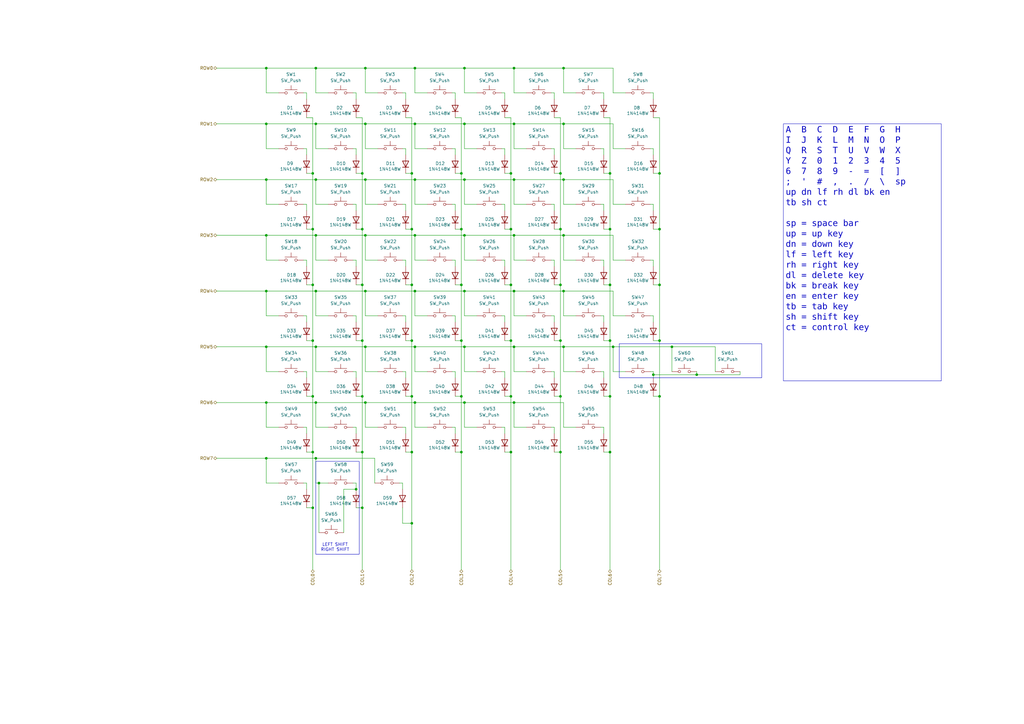
<source format=kicad_sch>
(kicad_sch (version 20250114) (generator "eeschema") (generator_version "9.0")
  (paper "A3")
  (rectangle (start 129.54 189.23) (end 147.32 227.33))
  (rectangle (start 254 140.97) (end 312.42 154.94))
  (text "LEFT SHIFT\nRIGHT SHIFT" (at 137.414 224.536 0) (effects (font (size 1.27 1.27))))
  (text_box "A  B  C  D  E  F  G  H\nI  J  K  L  M  N  O  P\nQ  R  S  T  U  V  W  X\nY  Z  0  1  2  3  4  5\n6  7  8  9  -  =  [  ]\n;  '  #  ,  .  /  \\  sp\nup dn lf rh dl bk en\ntb sh ct\n\nsp = space bar\nup = up key\ndn = down key\nlf = left key\nrh = right key\ndl = delete key\nbk = break key\nen = enter key\ntb = tab key\nsh = shift key\nct = control key\n\n" (at 321.31 50.8 0) (size 64.77 105.41) (margins 0.9525 0.9525 0.9525 0.9525) (effects (font (size 2.54 2.54)) (justify left top)))
  (junction (at 250.19 162.56))
  (junction (at 149.86 96.52))
  (junction (at 170.18 119.38))
  (junction (at 189.23 185.42))
  (junction (at 109.22 142.24))
  (junction (at 250.19 71.12))
  (junction (at 109.22 50.8))
  (junction (at 210.82 119.38))
  (junction (at 189.23 116.84))
  (junction (at 129.54 187.96))
  (junction (at 210.82 50.8))
  (junction (at 170.18 27.94))
  (junction (at 149.86 73.66))
  (junction (at 251.46 142.24))
  (junction (at 170.18 165.1))
  (junction (at 229.87 116.84))
  (junction (at 128.27 162.56))
  (junction (at 168.91 214.63))
  (junction (at 190.5 119.38))
  (junction (at 189.23 93.98))
  (junction (at 168.91 116.84))
  (junction (at 189.23 139.7))
  (junction (at 129.54 165.1))
  (junction (at 109.22 187.96))
  (junction (at 229.87 139.7))
  (junction (at 149.86 27.94))
  (junction (at 209.55 71.12))
  (junction (at 209.55 116.84))
  (junction (at 170.18 50.8))
  (junction (at 210.82 27.94))
  (junction (at 250.19 185.42))
  (junction (at 209.55 139.7))
  (junction (at 250.19 139.7))
  (junction (at 170.18 96.52))
  (junction (at 209.55 185.42))
  (junction (at 148.59 162.56))
  (junction (at 250.19 116.84))
  (junction (at 128.27 208.28))
  (junction (at 149.86 142.24))
  (junction (at 130.81 198.12))
  (junction (at 148.59 208.28))
  (junction (at 168.91 71.12))
  (junction (at 209.55 93.98))
  (junction (at 146.05 200.66))
  (junction (at 231.14 27.94))
  (junction (at 231.14 142.24))
  (junction (at 229.87 162.56))
  (junction (at 168.91 162.56))
  (junction (at 231.14 50.8))
  (junction (at 129.54 27.94))
  (junction (at 285.75 153.67))
  (junction (at 129.54 142.24))
  (junction (at 270.51 71.12))
  (junction (at 190.5 50.8))
  (junction (at 149.86 119.38))
  (junction (at 168.91 93.98))
  (junction (at 210.82 96.52))
  (junction (at 275.59 142.24))
  (junction (at 109.22 73.66))
  (junction (at 168.91 139.7))
  (junction (at 149.86 165.1))
  (junction (at 109.22 119.38))
  (junction (at 109.22 27.94))
  (junction (at 231.14 96.52))
  (junction (at 270.51 116.84))
  (junction (at 128.27 71.12))
  (junction (at 229.87 93.98))
  (junction (at 148.59 93.98))
  (junction (at 148.59 139.7))
  (junction (at 209.55 162.56))
  (junction (at 129.54 50.8))
  (junction (at 190.5 165.1))
  (junction (at 168.91 185.42))
  (junction (at 210.82 142.24))
  (junction (at 231.14 119.38))
  (junction (at 109.22 96.52))
  (junction (at 231.14 73.66))
  (junction (at 190.5 73.66))
  (junction (at 109.22 165.1))
  (junction (at 270.51 93.98))
  (junction (at 189.23 71.12))
  (junction (at 149.86 50.8))
  (junction (at 189.23 162.56))
  (junction (at 210.82 165.1))
  (junction (at 129.54 96.52))
  (junction (at 128.27 116.84))
  (junction (at 148.59 71.12))
  (junction (at 190.5 96.52))
  (junction (at 270.51 139.7))
  (junction (at 170.18 142.24))
  (junction (at 229.87 185.42))
  (junction (at 210.82 73.66))
  (junction (at 267.97 153.67))
  (junction (at 190.5 142.24))
  (junction (at 128.27 93.98))
  (junction (at 129.54 73.66))
  (junction (at 148.59 185.42))
  (junction (at 250.19 93.98))
  (junction (at 190.5 27.94))
  (junction (at 148.59 116.84))
  (junction (at 128.27 185.42))
  (junction (at 170.18 73.66))
  (junction (at 229.87 71.12))
  (junction (at 129.54 119.38))
  (junction (at 128.27 139.7))
  (junction (at 270.51 162.56))
  (wire (pts (xy 207.01 139.7) (xy 209.55 139.7)))
  (wire (pts (xy 154.94 60.96) (xy 149.86 60.96)))
  (wire (pts (xy 231.14 60.96) (xy 231.14 50.8)))
  (wire (pts (xy 250.19 71.12) (xy 250.19 93.98)))
  (wire (pts (xy 166.37 185.42) (xy 168.91 185.42)))
  (wire (pts (xy 247.65 185.42) (xy 250.19 185.42)))
  (wire (pts (xy 246.38 129.54) (xy 247.65 129.54)))
  (wire (pts (xy 170.18 165.1) (xy 190.5 165.1)))
  (wire (pts (xy 231.14 50.8) (xy 251.46 50.8)))
  (wire (pts (xy 250.19 93.98) (xy 250.19 116.84)))
  (wire (pts (xy 210.82 38.1) (xy 210.82 27.94)))
  (wire (pts (xy 114.3 198.12) (xy 109.22 198.12)))
  (wire (pts (xy 109.22 119.38) (xy 129.54 119.38)))
  (wire (pts (xy 88.9 165.1) (xy 109.22 165.1)))
  (wire (pts (xy 227.33 185.42) (xy 229.87 185.42)))
  (wire (pts (xy 226.06 60.96) (xy 227.33 60.96)))
  (wire (pts (xy 226.06 129.54) (xy 227.33 129.54)))
  (wire (pts (xy 190.5 129.54) (xy 190.5 119.38)))
  (wire (pts (xy 165.1 175.26) (xy 166.37 175.26)))
  (wire (pts (xy 109.22 142.24) (xy 129.54 142.24)))
  (wire (pts (xy 170.18 129.54) (xy 170.18 119.38)))
  (wire (pts (xy 190.5 38.1) (xy 190.5 27.94)))
  (wire (pts (xy 195.58 106.68) (xy 190.5 106.68)))
  (wire (pts (xy 250.19 185.42) (xy 250.19 233.68)))
  (wire (pts (xy 270.51 93.98) (xy 270.51 116.84)))
  (wire (pts (xy 170.18 38.1) (xy 170.18 27.94)))
  (wire (pts (xy 285.75 153.67) (xy 285.75 152.4)))
  (wire (pts (xy 168.91 48.26) (xy 168.91 71.12)))
  (wire (pts (xy 251.46 142.24) (xy 251.46 152.4)))
  (wire (pts (xy 266.7 106.68) (xy 267.97 106.68)))
  (wire (pts (xy 189.23 185.42) (xy 189.23 233.68)))
  (wire (pts (xy 215.9 129.54) (xy 210.82 129.54)))
  (wire (pts (xy 267.97 129.54) (xy 267.97 132.08)))
  (wire (pts (xy 148.59 48.26) (xy 148.59 71.12)))
  (wire (pts (xy 146.05 139.7) (xy 148.59 139.7)))
  (wire (pts (xy 250.19 48.26) (xy 250.19 71.12)))
  (wire (pts (xy 149.86 106.68) (xy 149.86 96.52)))
  (wire (pts (xy 247.65 152.4) (xy 247.65 154.94)))
  (wire (pts (xy 205.74 129.54) (xy 207.01 129.54)))
  (wire (pts (xy 275.59 142.24) (xy 275.59 152.4)))
  (wire (pts (xy 209.55 139.7) (xy 209.55 162.56)))
  (wire (pts (xy 231.14 142.24) (xy 251.46 142.24)))
  (wire (pts (xy 246.38 38.1) (xy 247.65 38.1)))
  (wire (pts (xy 129.54 83.82) (xy 129.54 73.66)))
  (wire (pts (xy 109.22 165.1) (xy 129.54 165.1)))
  (wire (pts (xy 154.94 129.54) (xy 149.86 129.54)))
  (wire (pts (xy 205.74 38.1) (xy 207.01 38.1)))
  (wire (pts (xy 231.14 96.52) (xy 251.46 96.52)))
  (wire (pts (xy 251.46 129.54) (xy 251.46 119.38)))
  (wire (pts (xy 88.9 73.66) (xy 109.22 73.66)))
  (wire (pts (xy 236.22 106.68) (xy 231.14 106.68)))
  (wire (pts (xy 125.73 38.1) (xy 125.73 40.64)))
  (wire (pts (xy 146.05 83.82) (xy 146.05 86.36)))
  (wire (pts (xy 109.22 73.66) (xy 129.54 73.66)))
  (wire (pts (xy 251.46 38.1) (xy 251.46 27.94)))
  (wire (pts (xy 166.37 139.7) (xy 168.91 139.7)))
  (wire (pts (xy 247.65 106.68) (xy 247.65 109.22)))
  (wire (pts (xy 153.67 187.96) (xy 153.67 198.12)))
  (wire (pts (xy 210.82 152.4) (xy 210.82 142.24)))
  (wire (pts (xy 229.87 162.56) (xy 229.87 185.42)))
  (wire (pts (xy 125.73 152.4) (xy 125.73 154.94)))
  (wire (pts (xy 247.65 116.84) (xy 250.19 116.84)))
  (wire (pts (xy 170.18 73.66) (xy 190.5 73.66)))
  (wire (pts (xy 149.86 142.24) (xy 170.18 142.24)))
  (wire (pts (xy 128.27 208.28) (xy 128.27 233.68)))
  (wire (pts (xy 149.86 38.1) (xy 149.86 27.94)))
  (wire (pts (xy 190.5 142.24) (xy 210.82 142.24)))
  (wire (pts (xy 246.38 175.26) (xy 247.65 175.26)))
  (wire (pts (xy 210.82 129.54) (xy 210.82 119.38)))
  (wire (pts (xy 128.27 162.56) (xy 128.27 185.42)))
  (wire (pts (xy 210.82 73.66) (xy 231.14 73.66)))
  (wire (pts (xy 207.01 93.98) (xy 209.55 93.98)))
  (wire (pts (xy 166.37 175.26) (xy 166.37 177.8)))
  (wire (pts (xy 175.26 38.1) (xy 170.18 38.1)))
  (wire (pts (xy 109.22 38.1) (xy 109.22 27.94)))
  (wire (pts (xy 129.54 96.52) (xy 149.86 96.52)))
  (wire (pts (xy 148.59 139.7) (xy 148.59 162.56)))
  (wire (pts (xy 190.5 73.66) (xy 210.82 73.66)))
  (wire (pts (xy 231.14 83.82) (xy 231.14 73.66)))
  (wire (pts (xy 210.82 50.8) (xy 231.14 50.8)))
  (wire (pts (xy 246.38 106.68) (xy 247.65 106.68)))
  (wire (pts (xy 130.81 198.12) (xy 130.81 218.44)))
  (wire (pts (xy 195.58 83.82) (xy 190.5 83.82)))
  (wire (pts (xy 149.86 96.52) (xy 170.18 96.52)))
  (wire (pts (xy 124.46 129.54) (xy 125.73 129.54)))
  (wire (pts (xy 144.78 129.54) (xy 146.05 129.54)))
  (wire (pts (xy 149.86 175.26) (xy 149.86 165.1)))
  (wire (pts (xy 209.55 116.84) (xy 209.55 139.7)))
  (wire (pts (xy 229.87 71.12) (xy 229.87 93.98)))
  (wire (pts (xy 190.5 119.38) (xy 210.82 119.38)))
  (wire (pts (xy 231.14 175.26) (xy 231.14 165.1)))
  (wire (pts (xy 109.22 187.96) (xy 129.54 187.96)))
  (wire (pts (xy 270.51 162.56) (xy 270.51 233.68)))
  (wire (pts (xy 186.69 175.26) (xy 186.69 177.8)))
  (wire (pts (xy 207.01 129.54) (xy 207.01 132.08)))
  (wire (pts (xy 227.33 83.82) (xy 227.33 86.36)))
  (wire (pts (xy 114.3 152.4) (xy 109.22 152.4)))
  (wire (pts (xy 186.69 38.1) (xy 186.69 40.64)))
  (wire (pts (xy 129.54 152.4) (xy 129.54 142.24)))
  (wire (pts (xy 247.65 175.26) (xy 247.65 177.8)))
  (wire (pts (xy 205.74 175.26) (xy 207.01 175.26)))
  (wire (pts (xy 168.91 185.42) (xy 168.91 214.63)))
  (wire (pts (xy 88.9 187.96) (xy 109.22 187.96)))
  (wire (pts (xy 256.54 152.4) (xy 251.46 152.4)))
  (wire (pts (xy 267.97 60.96) (xy 267.97 63.5)))
  (wire (pts (xy 227.33 48.26) (xy 229.87 48.26)))
  (wire (pts (xy 129.54 119.38) (xy 149.86 119.38)))
  (wire (pts (xy 205.74 152.4) (xy 207.01 152.4)))
  (wire (pts (xy 247.65 93.98) (xy 250.19 93.98)))
  (wire (pts (xy 195.58 175.26) (xy 190.5 175.26)))
  (wire (pts (xy 215.9 83.82) (xy 210.82 83.82)))
  (wire (pts (xy 207.01 38.1) (xy 207.01 40.64)))
  (wire (pts (xy 149.86 50.8) (xy 170.18 50.8)))
  (wire (pts (xy 168.91 214.63) (xy 168.91 233.68)))
  (wire (pts (xy 125.73 175.26) (xy 125.73 177.8)))
  (wire (pts (xy 210.82 27.94) (xy 231.14 27.94)))
  (wire (pts (xy 247.65 139.7) (xy 250.19 139.7)))
  (wire (pts (xy 195.58 129.54) (xy 190.5 129.54)))
  (wire (pts (xy 205.74 60.96) (xy 207.01 60.96)))
  (wire (pts (xy 146.05 208.28) (xy 148.59 208.28)))
  (wire (pts (xy 109.22 106.68) (xy 109.22 96.52)))
  (wire (pts (xy 149.86 27.94) (xy 170.18 27.94)))
  (wire (pts (xy 246.38 60.96) (xy 247.65 60.96)))
  (wire (pts (xy 185.42 83.82) (xy 186.69 83.82)))
  (wire (pts (xy 231.14 27.94) (xy 251.46 27.94)))
  (wire (pts (xy 148.59 185.42) (xy 148.59 208.28)))
  (wire (pts (xy 166.37 116.84) (xy 168.91 116.84)))
  (wire (pts (xy 267.97 162.56) (xy 270.51 162.56)))
  (wire (pts (xy 114.3 38.1) (xy 109.22 38.1)))
  (wire (pts (xy 227.33 38.1) (xy 227.33 40.64)))
  (wire (pts (xy 247.65 71.12) (xy 250.19 71.12)))
  (wire (pts (xy 186.69 60.96) (xy 186.69 63.5)))
  (wire (pts (xy 129.54 27.94) (xy 149.86 27.94)))
  (wire (pts (xy 165.1 208.28) (xy 165.1 214.63)))
  (wire (pts (xy 165.1 83.82) (xy 166.37 83.82)))
  (wire (pts (xy 231.14 129.54) (xy 231.14 119.38)))
  (wire (pts (xy 229.87 116.84) (xy 229.87 139.7)))
  (wire (pts (xy 215.9 152.4) (xy 210.82 152.4)))
  (wire (pts (xy 168.91 93.98) (xy 168.91 116.84)))
  (wire (pts (xy 227.33 60.96) (xy 227.33 63.5)))
  (wire (pts (xy 247.65 38.1) (xy 247.65 40.64)))
  (wire (pts (xy 146.05 152.4) (xy 146.05 154.94)))
  (wire (pts (xy 170.18 50.8) (xy 190.5 50.8)))
  (wire (pts (xy 267.97 48.26) (xy 270.51 48.26)))
  (wire (pts (xy 165.1 106.68) (xy 166.37 106.68)))
  (wire (pts (xy 109.22 60.96) (xy 109.22 50.8)))
  (wire (pts (xy 215.9 175.26) (xy 210.82 175.26)))
  (wire (pts (xy 144.78 60.96) (xy 146.05 60.96)))
  (wire (pts (xy 266.7 129.54) (xy 267.97 129.54)))
  (wire (pts (xy 267.97 71.12) (xy 270.51 71.12)))
  (wire (pts (xy 209.55 185.42) (xy 209.55 233.68)))
  (wire (pts (xy 190.5 152.4) (xy 190.5 142.24)))
  (wire (pts (xy 166.37 129.54) (xy 166.37 132.08)))
  (wire (pts (xy 130.81 198.12) (xy 129.54 198.12)))
  (wire (pts (xy 109.22 198.12) (xy 109.22 187.96)))
  (wire (pts (xy 207.01 83.82) (xy 207.01 86.36)))
  (wire (pts (xy 303.53 153.67) (xy 303.53 152.4)))
  (wire (pts (xy 250.19 139.7) (xy 250.19 162.56)))
  (wire (pts (xy 166.37 48.26) (xy 168.91 48.26)))
  (wire (pts (xy 154.94 106.68) (xy 149.86 106.68)))
  (wire (pts (xy 227.33 139.7) (xy 229.87 139.7)))
  (wire (pts (xy 109.22 83.82) (xy 109.22 73.66)))
  (wire (pts (xy 285.75 153.67) (xy 303.53 153.67)))
  (wire (pts (xy 124.46 152.4) (xy 125.73 152.4)))
  (wire (pts (xy 165.1 214.63) (xy 168.91 214.63)))
  (wire (pts (xy 175.26 83.82) (xy 170.18 83.82)))
  (wire (pts (xy 166.37 106.68) (xy 166.37 109.22)))
  (wire (pts (xy 124.46 198.12) (xy 125.73 198.12)))
  (wire (pts (xy 125.73 106.68) (xy 125.73 109.22)))
  (wire (pts (xy 170.18 175.26) (xy 170.18 165.1)))
  (wire (pts (xy 154.94 175.26) (xy 149.86 175.26)))
  (wire (pts (xy 190.5 83.82) (xy 190.5 73.66)))
  (wire (pts (xy 88.9 27.94) (xy 109.22 27.94)))
  (wire (pts (xy 114.3 83.82) (xy 109.22 83.82)))
  (wire (pts (xy 267.97 83.82) (xy 267.97 86.36)))
  (wire (pts (xy 226.06 106.68) (xy 227.33 106.68)))
  (wire (pts (xy 128.27 116.84) (xy 128.27 139.7)))
  (wire (pts (xy 146.05 129.54) (xy 146.05 132.08)))
  (wire (pts (xy 207.01 60.96) (xy 207.01 63.5)))
  (wire (pts (xy 175.26 129.54) (xy 170.18 129.54)))
  (wire (pts (xy 270.51 48.26) (xy 270.51 71.12)))
  (wire (pts (xy 129.54 129.54) (xy 129.54 119.38)))
  (wire (pts (xy 146.05 106.68) (xy 146.05 109.22)))
  (wire (pts (xy 267.97 116.84) (xy 270.51 116.84)))
  (wire (pts (xy 170.18 152.4) (xy 170.18 142.24)))
  (wire (pts (xy 165.1 198.12) (xy 165.1 200.66)))
  (wire (pts (xy 227.33 162.56) (xy 229.87 162.56)))
  (wire (pts (xy 247.65 162.56) (xy 250.19 162.56)))
  (wire (pts (xy 185.42 60.96) (xy 186.69 60.96)))
  (wire (pts (xy 88.9 119.38) (xy 109.22 119.38)))
  (wire (pts (xy 210.82 165.1) (xy 231.14 165.1)))
  (wire (pts (xy 125.73 60.96) (xy 125.73 63.5)))
  (wire (pts (xy 88.9 142.24) (xy 109.22 142.24)))
  (wire (pts (xy 186.69 71.12) (xy 189.23 71.12)))
  (wire (pts (xy 190.5 96.52) (xy 210.82 96.52)))
  (wire (pts (xy 251.46 83.82) (xy 251.46 73.66)))
  (wire (pts (xy 170.18 106.68) (xy 170.18 96.52)))
  (wire (pts (xy 250.19 162.56) (xy 250.19 185.42)))
  (wire (pts (xy 144.78 38.1) (xy 146.05 38.1)))
  (wire (pts (xy 146.05 60.96) (xy 146.05 63.5)))
  (wire (pts (xy 266.7 60.96) (xy 267.97 60.96)))
  (wire (pts (xy 190.5 60.96) (xy 190.5 50.8)))
  (wire (pts (xy 189.23 71.12) (xy 189.23 93.98)))
  (wire (pts (xy 293.37 152.4) (xy 293.37 142.24)))
  (wire (pts (xy 154.94 38.1) (xy 149.86 38.1)))
  (wire (pts (xy 207.01 71.12) (xy 209.55 71.12)))
  (wire (pts (xy 129.54 50.8) (xy 149.86 50.8)))
  (wire (pts (xy 134.62 152.4) (xy 129.54 152.4)))
  (wire (pts (xy 134.62 106.68) (xy 129.54 106.68)))
  (wire (pts (xy 154.94 83.82) (xy 149.86 83.82)))
  (wire (pts (xy 186.69 116.84) (xy 189.23 116.84)))
  (wire (pts (xy 185.42 175.26) (xy 186.69 175.26)))
  (wire (pts (xy 149.86 60.96) (xy 149.86 50.8)))
  (wire (pts (xy 129.54 38.1) (xy 129.54 27.94)))
  (wire (pts (xy 207.01 152.4) (xy 207.01 154.94)))
  (wire (pts (xy 186.69 152.4) (xy 186.69 154.94)))
  (wire (pts (xy 163.83 198.12) (xy 165.1 198.12)))
  (wire (pts (xy 205.74 83.82) (xy 207.01 83.82)))
  (wire (pts (xy 267.97 139.7) (xy 270.51 139.7)))
  (wire (pts (xy 168.91 139.7) (xy 168.91 162.56)))
  (wire (pts (xy 166.37 71.12) (xy 168.91 71.12)))
  (wire (pts (xy 109.22 175.26) (xy 109.22 165.1)))
  (wire (pts (xy 236.22 129.54) (xy 231.14 129.54)))
  (wire (pts (xy 186.69 129.54) (xy 186.69 132.08)))
  (wire (pts (xy 109.22 96.52) (xy 129.54 96.52)))
  (wire (pts (xy 185.42 106.68) (xy 186.69 106.68)))
  (wire (pts (xy 195.58 38.1) (xy 190.5 38.1)))
  (wire (pts (xy 227.33 116.84) (xy 229.87 116.84)))
  (wire (pts (xy 215.9 106.68) (xy 210.82 106.68)))
  (wire (pts (xy 166.37 60.96) (xy 166.37 63.5)))
  (wire (pts (xy 175.26 60.96) (xy 170.18 60.96)))
  (wire (pts (xy 256.54 129.54) (xy 251.46 129.54)))
  (wire (pts (xy 186.69 106.68) (xy 186.69 109.22)))
  (wire (pts (xy 109.22 152.4) (xy 109.22 142.24)))
  (wire (pts (xy 146.05 38.1) (xy 146.05 40.64)))
  (wire (pts (xy 125.73 139.7) (xy 128.27 139.7)))
  (wire (pts (xy 165.1 152.4) (xy 166.37 152.4)))
  (wire (pts (xy 125.73 48.26) (xy 128.27 48.26)))
  (wire (pts (xy 227.33 129.54) (xy 227.33 132.08)))
  (wire (pts (xy 231.14 106.68) (xy 231.14 96.52)))
  (wire (pts (xy 190.5 106.68) (xy 190.5 96.52)))
  (wire (pts (xy 189.23 93.98) (xy 189.23 116.84)))
  (wire (pts (xy 109.22 27.94) (xy 129.54 27.94)))
  (wire (pts (xy 205.74 106.68) (xy 207.01 106.68)))
  (wire (pts (xy 129.54 175.26) (xy 129.54 165.1)))
  (wire (pts (xy 226.06 175.26) (xy 227.33 175.26)))
  (wire (pts (xy 128.27 185.42) (xy 128.27 208.28)))
  (wire (pts (xy 267.97 93.98) (xy 270.51 93.98)))
  (wire (pts (xy 229.87 139.7) (xy 229.87 162.56)))
  (wire (pts (xy 189.23 116.84) (xy 189.23 139.7)))
  (wire (pts (xy 227.33 152.4) (xy 227.33 154.94)))
  (wire (pts (xy 149.86 73.66) (xy 170.18 73.66)))
  (wire (pts (xy 166.37 162.56) (xy 168.91 162.56)))
  (wire (pts (xy 88.9 50.8) (xy 109.22 50.8)))
  (wire (pts (xy 251.46 142.24) (xy 275.59 142.24)))
  (wire (pts (xy 165.1 129.54) (xy 166.37 129.54)))
  (wire (pts (xy 144.78 198.12) (xy 146.05 198.12)))
  (wire (pts (xy 129.54 187.96) (xy 153.67 187.96)))
  (wire (pts (xy 186.69 48.26) (xy 189.23 48.26)))
  (wire (pts (xy 128.27 139.7) (xy 128.27 162.56)))
  (wire (pts (xy 267.97 38.1) (xy 267.97 40.64)))
  (wire (pts (xy 246.38 83.82) (xy 247.65 83.82)))
  (wire (pts (xy 186.69 139.7) (xy 189.23 139.7)))
  (wire (pts (xy 168.91 162.56) (xy 168.91 185.42)))
  (wire (pts (xy 134.62 83.82) (xy 129.54 83.82)))
  (wire (pts (xy 166.37 93.98) (xy 168.91 93.98)))
  (wire (pts (xy 236.22 175.26) (xy 231.14 175.26)))
  (wire (pts (xy 149.86 152.4) (xy 149.86 142.24)))
  (wire (pts (xy 114.3 129.54) (xy 109.22 129.54)))
  (wire (pts (xy 129.54 165.1) (xy 149.86 165.1)))
  (wire (pts (xy 125.73 71.12) (xy 128.27 71.12)))
  (wire (pts (xy 148.59 116.84) (xy 148.59 139.7)))
  (wire (pts (xy 109.22 50.8) (xy 129.54 50.8)))
  (wire (pts (xy 210.82 142.24) (xy 231.14 142.24)))
  (wire (pts (xy 170.18 96.52) (xy 190.5 96.52)))
  (wire (pts (xy 170.18 119.38) (xy 190.5 119.38)))
  (wire (pts (xy 185.42 38.1) (xy 186.69 38.1)))
  (wire (pts (xy 207.01 162.56) (xy 209.55 162.56)))
  (wire (pts (xy 267.97 152.4) (xy 267.97 153.67)))
  (wire (pts (xy 166.37 83.82) (xy 166.37 86.36)))
  (wire (pts (xy 154.94 152.4) (xy 149.86 152.4)))
  (wire (pts (xy 227.33 175.26) (xy 227.33 177.8)))
  (wire (pts (xy 210.82 175.26) (xy 210.82 165.1)))
  (wire (pts (xy 236.22 152.4) (xy 231.14 152.4)))
  (wire (pts (xy 124.46 38.1) (xy 125.73 38.1)))
  (wire (pts (xy 209.55 162.56) (xy 209.55 185.42)))
  (wire (pts (xy 185.42 152.4) (xy 186.69 152.4)))
  (wire (pts (xy 231.14 73.66) (xy 251.46 73.66)))
  (wire (pts (xy 210.82 83.82) (xy 210.82 73.66)))
  (wire (pts (xy 226.06 83.82) (xy 227.33 83.82)))
  (wire (pts (xy 189.23 162.56) (xy 189.23 185.42)))
  (wire (pts (xy 256.54 106.68) (xy 251.46 106.68)))
  (wire (pts (xy 125.73 198.12) (xy 125.73 200.66)))
  (wire (pts (xy 149.86 119.38) (xy 170.18 119.38)))
  (wire (pts (xy 190.5 165.1) (xy 210.82 165.1)))
  (wire (pts (xy 146.05 198.12) (xy 146.05 200.66)))
  (wire (pts (xy 129.54 106.68) (xy 129.54 96.52)))
  (wire (pts (xy 256.54 83.82) (xy 251.46 83.82)))
  (wire (pts (xy 165.1 60.96) (xy 166.37 60.96)))
  (wire (pts (xy 209.55 93.98) (xy 209.55 116.84)))
  (wire (pts (xy 266.7 38.1) (xy 267.97 38.1)))
  (wire (pts (xy 109.22 129.54) (xy 109.22 119.38)))
  (wire (pts (xy 227.33 93.98) (xy 229.87 93.98)))
  (wire (pts (xy 128.27 71.12) (xy 128.27 93.98)))
  (wire (pts (xy 231.14 119.38) (xy 251.46 119.38)))
  (wire (pts (xy 207.01 48.26) (xy 209.55 48.26)))
  (wire (pts (xy 267.97 153.67) (xy 267.97 154.94)))
  (wire (pts (xy 146.05 116.84) (xy 148.59 116.84)))
  (wire (pts (xy 251.46 60.96) (xy 251.46 50.8)))
  (wire (pts (xy 186.69 93.98) (xy 189.23 93.98)))
  (wire (pts (xy 186.69 83.82) (xy 186.69 86.36)))
  (wire (pts (xy 267.97 153.67) (xy 285.75 153.67)))
  (wire (pts (xy 209.55 48.26) (xy 209.55 71.12)))
  (wire (pts (xy 256.54 60.96) (xy 251.46 60.96)))
  (wire (pts (xy 207.01 185.42) (xy 209.55 185.42)))
  (wire (pts (xy 144.78 106.68) (xy 146.05 106.68)))
  (wire (pts (xy 168.91 116.84) (xy 168.91 139.7)))
  (wire (pts (xy 226.06 152.4) (xy 227.33 152.4)))
  (wire (pts (xy 236.22 60.96) (xy 231.14 60.96)))
  (wire (pts (xy 114.3 106.68) (xy 109.22 106.68)))
  (wire (pts (xy 215.9 38.1) (xy 210.82 38.1)))
  (wire (pts (xy 250.19 116.84) (xy 250.19 139.7)))
  (wire (pts (xy 146.05 162.56) (xy 148.59 162.56)))
  (wire (pts (xy 207.01 116.84) (xy 209.55 116.84)))
  (wire (pts (xy 125.73 162.56) (xy 128.27 162.56)))
  (wire (pts (xy 134.62 60.96) (xy 129.54 60.96)))
  (wire (pts (xy 148.59 162.56) (xy 148.59 185.42)))
  (wire (pts (xy 266.7 152.4) (xy 267.97 152.4)))
  (wire (pts (xy 146.05 93.98) (xy 148.59 93.98)))
  (wire (pts (xy 129.54 198.12) (xy 129.54 187.96)))
  (wire (pts (xy 207.01 175.26) (xy 207.01 177.8)))
  (wire (pts (xy 114.3 60.96) (xy 109.22 60.96)))
  (wire (pts (xy 149.86 83.82) (xy 149.86 73.66)))
  (wire (pts (xy 236.22 83.82) (xy 231.14 83.82)))
  (wire (pts (xy 140.97 218.44) (xy 140.97 200.66)))
  (wire (pts (xy 227.33 106.68) (xy 227.33 109.22)))
  (wire (pts (xy 149.86 129.54) (xy 149.86 119.38)))
  (wire (pts (xy 88.9 96.52) (xy 109.22 96.52)))
  (wire (pts (xy 134.62 198.12) (xy 130.81 198.12)))
  (wire (pts (xy 124.46 83.82) (xy 125.73 83.82)))
  (wire (pts (xy 124.46 175.26) (xy 125.73 175.26)))
  (wire (pts (xy 124.46 106.68) (xy 125.73 106.68)))
  (wire (pts (xy 170.18 27.94) (xy 190.5 27.94)))
  (wire (pts (xy 189.23 139.7) (xy 189.23 162.56)))
  (wire (pts (xy 140.97 200.66) (xy 146.05 200.66)))
  (wire (pts (xy 175.26 106.68) (xy 170.18 106.68)))
  (wire (pts (xy 175.26 175.26) (xy 170.18 175.26)))
  (wire (pts (xy 267.97 106.68) (xy 267.97 109.22)))
  (wire (pts (xy 146.05 71.12) (xy 148.59 71.12)))
  (wire (pts (xy 227.33 71.12) (xy 229.87 71.12)))
  (wire (pts (xy 144.78 175.26) (xy 146.05 175.26)))
  (wire (pts (xy 190.5 50.8) (xy 210.82 50.8)))
  (wire (pts (xy 190.5 27.94) (xy 210.82 27.94)))
  (wire (pts (xy 148.59 93.98) (xy 148.59 116.84)))
  (wire (pts (xy 209.55 71.12) (xy 209.55 93.98)))
  (wire (pts (xy 226.06 38.1) (xy 227.33 38.1)))
  (wire (pts (xy 170.18 60.96) (xy 170.18 50.8)))
  (wire (pts (xy 190.5 175.26) (xy 190.5 165.1)))
  (wire (pts (xy 125.73 93.98) (xy 128.27 93.98)))
  (wire (pts (xy 125.73 129.54) (xy 125.73 132.08)))
  (wire (pts (xy 125.73 208.28) (xy 128.27 208.28)))
  (wire (pts (xy 148.59 208.28) (xy 148.59 233.68)))
  (wire (pts (xy 251.46 106.68) (xy 251.46 96.52)))
  (wire (pts (xy 210.82 106.68) (xy 210.82 96.52)))
  (wire (pts (xy 236.22 38.1) (xy 231.14 38.1)))
  (wire (pts (xy 256.54 38.1) (xy 251.46 38.1)))
  (wire (pts (xy 129.54 142.24) (xy 149.86 142.24)))
  (wire (pts (xy 246.38 152.4) (xy 247.65 152.4)))
  (wire (pts (xy 270.51 71.12) (xy 270.51 93.98)))
  (wire (pts (xy 247.65 83.82) (xy 247.65 86.36)))
  (wire (pts (xy 144.78 152.4) (xy 146.05 152.4)))
  (wire (pts (xy 186.69 162.56) (xy 189.23 162.56)))
  (wire (pts (xy 186.69 185.42) (xy 189.23 185.42)))
  (wire (pts (xy 148.59 71.12) (xy 148.59 93.98)))
  (wire (pts (xy 134.62 38.1) (xy 129.54 38.1)))
  (wire (pts (xy 129.54 60.96) (xy 129.54 50.8)))
  (wire (pts (xy 128.27 48.26) (xy 128.27 71.12)))
  (wire (pts (xy 146.05 175.26) (xy 146.05 177.8)))
  (wire (pts (xy 166.37 38.1) (xy 166.37 40.64)))
  (wire (pts (xy 124.46 60.96) (xy 125.73 60.96)))
  (wire (pts (xy 189.23 48.26) (xy 189.23 71.12)))
  (wire (pts (xy 207.01 106.68) (xy 207.01 109.22)))
  (wire (pts (xy 114.3 175.26) (xy 109.22 175.26)))
  (wire (pts (xy 195.58 152.4) (xy 190.5 152.4)))
  (wire (pts (xy 128.27 93.98) (xy 128.27 116.84)))
  (wire (pts (xy 170.18 83.82) (xy 170.18 73.66)))
  (wire (pts (xy 266.7 83.82) (xy 267.97 83.82)))
  (wire (pts (xy 134.62 129.54) (xy 129.54 129.54)))
  (wire (pts (xy 210.82 60.96) (xy 210.82 50.8)))
  (wire (pts (xy 210.82 96.52) (xy 231.14 96.52)))
  (wire (pts (xy 293.37 142.24) (xy 275.59 142.24)))
  (wire (pts (xy 149.86 165.1) (xy 170.18 165.1)))
  (wire (pts (xy 146.05 185.42) (xy 148.59 185.42)))
  (wire (pts (xy 168.91 71.12) (xy 168.91 93.98)))
  (wire (pts (xy 134.62 175.26) (xy 129.54 175.26)))
  (wire (pts (xy 165.1 38.1) (xy 166.37 38.1)))
  (wire (pts (xy 270.51 139.7) (xy 270.51 162.56)))
  (wire (pts (xy 247.65 129.54) (xy 247.65 132.08)))
  (wire (pts (xy 129.54 73.66) (xy 149.86 73.66)))
  (wire (pts (xy 175.26 152.4) (xy 170.18 152.4)))
  (wire (pts (xy 231.14 38.1) (xy 231.14 27.94)))
  (wire (pts (xy 210.82 119.38) (xy 231.14 119.38)))
  (wire (pts (xy 185.42 129.54) (xy 186.69 129.54)))
  (wire (pts (xy 166.37 152.4) (xy 166.37 154.94)))
  (wire (pts (xy 247.65 60.96) (xy 247.65 63.5)))
  (wire (pts (xy 195.58 60.96) (xy 190.5 60.96)))
  (wire (pts (xy 170.18 142.24) (xy 190.5 142.24)))
  (wire (pts (xy 231.14 152.4) (xy 231.14 142.24)))
  (wire (pts (xy 146.05 48.26) (xy 148.59 48.26)))
  (wire (pts (xy 125.73 185.42) (xy 128.27 185.42)))
  (wire (pts (xy 229.87 48.26) (xy 229.87 71.12)))
  (wire (pts (xy 247.65 48.26) (xy 250.19 48.26)))
  (wire (pts (xy 229.87 185.42) (xy 229.87 233.68)))
  (wire (pts (xy 270.51 116.84) (xy 270.51 139.7)))
  (wire (pts (xy 125.73 83.82) (xy 125.73 86.36)))
  (wire (pts (xy 144.78 83.82) (xy 146.05 83.82)))
  (wire (pts (xy 215.9 60.96) (xy 210.82 60.96)))
  (wire (pts (xy 125.73 116.84) (xy 128.27 116.84)))
  (wire (pts (xy 229.87 93.98) (xy 229.87 116.84)))
  (hierarchical_label "COL4" (shape bidirectional) (at 209.55 233.68 270))
  (hierarchical_label "ROW7" (shape bidirectional) (at 88.9 187.96 180))
  (hierarchical_label "COL1" (shape bidirectional) (at 148.59 233.68 270))
  (hierarchical_label "COL7" (shape bidirectional) (at 270.51 233.68 270))
  (hierarchical_label "ROW2" (shape bidirectional) (at 88.9 73.66 180))
  (hierarchical_label "ROW5" (shape bidirectional) (at 88.9 142.24 180))
  (hierarchical_label "ROW1" (shape bidirectional) (at 88.9 50.8 180))
  (hierarchical_label "COL3" (shape bidirectional) (at 189.23 233.68 270))
  (hierarchical_label "ROW3" (shape bidirectional) (at 88.9 96.52 180))
  (hierarchical_label "COL5" (shape bidirectional) (at 229.87 233.68 270))
  (hierarchical_label "COL2" (shape bidirectional) (at 168.91 233.68 270))
  (hierarchical_label "ROW6" (shape bidirectional) (at 88.9 165.1 180))
  (hierarchical_label "COL6" (shape bidirectional) (at 250.19 233.68 270))
  (hierarchical_label "ROW4" (shape bidirectional) (at 88.9 119.38 180))
  (hierarchical_label "ROW0" (shape bidirectional) (at 88.9 27.94 180))
  (hierarchical_label "COL0" (shape bidirectional) (at 128.27 233.68 270))
  (symbol (lib_id "Diode:1N4148W") (at 166.37 90.17 90) (unit 1)
    (property "Reference" "D21" (at 158.242 89.916 90) (effects (justify right)))
    (property "Value" "1N4148W" (at 155.448 92.202 90) (effects (justify right)))
    (property "Footprint" "Diode_SMD:D_SOD-123" (effects (hide yes)))
    (property "Datasheet" "https://www.vishay.com/docs/85748/1n4148w.pdf" (effects (hide yes)))
    (property "Description" "75V 0.15A Fast Switching Diode, SOD-123" (effects (hide yes)))
    (property "Sim.Device" "D" (effects (hide yes)))
    (property "Sim.Pins" "1=K 2=A" (effects (hide yes)))
    (property "LCSC" "C2099" (effects (hide yes)))
  )
  (symbol (lib_id "Switch:SW_Push") (at 180.34 60.96 0) (unit 1)
    (property "Reference" "SW12" (at 180.34 53.34 0))
    (property "Value" "SW_Push" (at 180.34 55.88 0))
    (property "Footprint" "PaulasKiCADFootPrint:SW_PG1350" (effects (hide yes)))
    (property "Description" "Push button switch, generic, two pins" (effects (hide yes)))
    (property "LCSC" "DNF" (effects (hide yes)))
  )
  (symbol (lib_id "Switch:SW_Push") (at 220.98 83.82 0) (unit 1)
    (property "Reference" "SW27" (at 220.98 76.2 0))
    (property "Value" "SW_Push" (at 220.98 78.74 0))
    (property "Footprint" "PaulasKiCADFootPrint:SW_PG1350" (effects (hide yes)))
    (property "Description" "Push button switch, generic, two pins" (effects (hide yes)))
    (property "LCSC" "DNF" (effects (hide yes)))
  )
  (symbol (lib_id "Switch:SW_Push") (at 200.66 83.82 0) (unit 1)
    (property "Reference" "SW25" (at 200.66 76.2 0))
    (property "Value" "SW_Push" (at 200.66 78.74 0))
    (property "Footprint" "PaulasKiCADFootPrint:SW_PG1350" (effects (hide yes)))
    (property "Description" "Push button switch, generic, two pins" (effects (hide yes)))
    (property "LCSC" "DNF" (effects (hide yes)))
  )
  (symbol (lib_id "Switch:SW_Push") (at 160.02 129.54 0) (unit 1)
    (property "Reference" "SW37" (at 160.02 121.92 0))
    (property "Value" "SW_Push" (at 160.02 124.46 0))
    (property "Footprint" "PaulasKiCADFootPrint:SW_PG1350" (effects (hide yes)))
    (property "Description" "Push button switch, generic, two pins" (effects (hide yes)))
    (property "LCSC" "DNF" (effects (hide yes)))
  )
  (symbol (lib_id "Switch:SW_Push") (at 160.02 60.96 0) (unit 1)
    (property "Reference" "SW11" (at 160.02 53.34 0))
    (property "Value" "SW_Push" (at 160.02 55.88 0))
    (property "Footprint" "PaulasKiCADFootPrint:SW_PG1350" (effects (hide yes)))
    (property "Description" "Push button switch, generic, two pins" (effects (hide yes)))
    (property "LCSC" "DNF" (effects (hide yes)))
  )
  (symbol (lib_id "Switch:SW_Push") (at 220.98 38.1 0) (unit 1)
    (property "Reference" "SW6" (at 220.98 30.48 0))
    (property "Value" "SW_Push" (at 220.98 33.02 0))
    (property "Footprint" "PaulasKiCADFootPrint:SW_PG1350" (effects (hide yes)))
    (property "Description" "Push button switch, generic, two pins" (effects (hide yes)))
    (property "LCSC" "DNF" (effects (hide yes)))
  )
  (symbol (lib_id "Diode:1N4148W") (at 267.97 90.17 90) (unit 1)
    (property "Reference" "D31" (at 259.842 89.916 90) (effects (justify right)))
    (property "Value" "1N4148W" (at 257.048 92.202 90) (effects (justify right)))
    (property "Footprint" "Diode_SMD:D_SOD-123" (effects (hide yes)))
    (property "Datasheet" "https://www.vishay.com/docs/85748/1n4148w.pdf" (effects (hide yes)))
    (property "Description" "75V 0.15A Fast Switching Diode, SOD-123" (effects (hide yes)))
    (property "Sim.Device" "D" (effects (hide yes)))
    (property "Sim.Pins" "1=K 2=A" (effects (hide yes)))
    (property "LCSC" "C2099" (effects (hide yes)))
  )
  (symbol (lib_id "Switch:SW_Push") (at 160.02 38.1 0) (unit 1)
    (property "Reference" "SW3" (at 160.02 30.48 0))
    (property "Value" "SW_Push" (at 160.02 33.02 0))
    (property "Footprint" "PaulasKiCADFootPrint:SW_PG1350" (effects (hide yes)))
    (property "Description" "Push button switch, generic, two pins" (effects (hide yes)))
    (property "LCSC" "DNF" (effects (hide yes)))
  )
  (symbol (lib_id "Switch:SW_Push") (at 200.66 175.26 0) (unit 1)
    (property "Reference" "SW53" (at 200.66 167.64 0))
    (property "Value" "SW_Push" (at 200.66 170.18 0))
    (property "Footprint" "PaulasKiCADFootPrint:SW_PG1350" (effects (hide yes)))
    (property "Description" "Push button switch, generic, two pins" (effects (hide yes)))
    (property "LCSC" "DNF" (effects (hide yes)))
  )
  (symbol (lib_id "Diode:1N4148W") (at 146.05 44.45 90) (unit 1)
    (property "Reference" "D2" (at 137.922 44.196 90) (effects (justify right)))
    (property "Value" "1N4148W" (at 135.128 46.482 90) (effects (justify right)))
    (property "Footprint" "Diode_SMD:D_SOD-123" (effects (hide yes)))
    (property "Datasheet" "https://www.vishay.com/docs/85748/1n4148w.pdf" (effects (hide yes)))
    (property "Description" "75V 0.15A Fast Switching Diode, SOD-123" (effects (hide yes)))
    (property "Sim.Device" "D" (effects (hide yes)))
    (property "Sim.Pins" "1=K 2=A" (effects (hide yes)))
    (property "LCSC" "C2099" (effects (hide yes)))
  )
  (symbol (lib_id "Switch:SW_Push") (at 160.02 152.4 0) (unit 1)
    (property "Reference" "SW38" (at 160.02 144.78 0))
    (property "Value" "SW_Push" (at 160.02 147.32 0))
    (property "Footprint" "PaulasKiCADFootPrint:SW_PG1350" (effects (hide yes)))
    (property "Description" "Push button switch, generic, two pins" (effects (hide yes)))
    (property "LCSC" "DNF" (effects (hide yes)))
  )
  (symbol (lib_id "Diode:1N4148W") (at 186.69 90.17 90) (unit 1)
    (property "Reference" "D23" (at 178.562 89.916 90) (effects (justify right)))
    (property "Value" "1N4148W" (at 175.768 92.202 90) (effects (justify right)))
    (property "Footprint" "Diode_SMD:D_SOD-123" (effects (hide yes)))
    (property "Datasheet" "https://www.vishay.com/docs/85748/1n4148w.pdf" (effects (hide yes)))
    (property "Description" "75V 0.15A Fast Switching Diode, SOD-123" (effects (hide yes)))
    (property "Sim.Device" "D" (effects (hide yes)))
    (property "Sim.Pins" "1=K 2=A" (effects (hide yes)))
    (property "LCSC" "C2099" (effects (hide yes)))
  )
  (symbol (lib_id "Switch:SW_Push") (at 119.38 175.26 0) (unit 1)
    (property "Reference" "SW49" (at 119.38 167.64 0))
    (property "Value" "SW_Push" (at 119.38 170.18 0))
    (property "Footprint" "PaulasKiCADFootPrint:SW_PG1350" (effects (hide yes)))
    (property "Description" "Push button switch, generic, two pins" (effects (hide yes)))
    (property "LCSC" "DNF" (effects (hide yes)))
  )
  (symbol (lib_id "Diode:1N4148W") (at 207.01 44.45 90) (unit 1)
    (property "Reference" "D5" (at 198.882 44.196 90) (effects (justify right)))
    (property "Value" "1N4148W" (at 196.088 46.482 90) (effects (justify right)))
    (property "Footprint" "Diode_SMD:D_SOD-123" (effects (hide yes)))
    (property "Datasheet" "https://www.vishay.com/docs/85748/1n4148w.pdf" (effects (hide yes)))
    (property "Description" "75V 0.15A Fast Switching Diode, SOD-123" (effects (hide yes)))
    (property "Sim.Device" "D" (effects (hide yes)))
    (property "Sim.Pins" "1=K 2=A" (effects (hide yes)))
    (property "LCSC" "C2099" (effects (hide yes)))
  )
  (symbol (lib_id "Diode:1N4148W") (at 186.69 67.31 90) (unit 1)
    (property "Reference" "D12" (at 178.562 67.056 90) (effects (justify right)))
    (property "Value" "1N4148W" (at 175.768 69.342 90) (effects (justify right)))
    (property "Footprint" "Diode_SMD:D_SOD-123" (effects (hide yes)))
    (property "Datasheet" "https://www.vishay.com/docs/85748/1n4148w.pdf" (effects (hide yes)))
    (property "Description" "75V 0.15A Fast Switching Diode, SOD-123" (effects (hide yes)))
    (property "Sim.Device" "D" (effects (hide yes)))
    (property "Sim.Pins" "1=K 2=A" (effects (hide yes)))
    (property "LCSC" "C2099" (effects (hide yes)))
  )
  (symbol (lib_id "Diode:1N4148W") (at 267.97 135.89 90) (unit 1)
    (property "Reference" "D47" (at 259.842 135.636 90) (effects (justify right)))
    (property "Value" "1N4148W" (at 257.048 137.922 90) (effects (justify right)))
    (property "Footprint" "Diode_SMD:D_SOD-123" (effects (hide yes)))
    (property "Datasheet" "https://www.vishay.com/docs/85748/1n4148w.pdf" (effects (hide yes)))
    (property "Description" "75V 0.15A Fast Switching Diode, SOD-123" (effects (hide yes)))
    (property "Sim.Device" "D" (effects (hide yes)))
    (property "Sim.Pins" "1=K 2=A" (effects (hide yes)))
    (property "LCSC" "C2099" (effects (hide yes)))
  )
  (symbol (lib_id "Diode:1N4148W") (at 227.33 135.89 90) (unit 1)
    (property "Reference" "D43" (at 219.202 135.636 90) (effects (justify right)))
    (property "Value" "1N4148W" (at 216.408 137.922 90) (effects (justify right)))
    (property "Footprint" "Diode_SMD:D_SOD-123" (effects (hide yes)))
    (property "Datasheet" "https://www.vishay.com/docs/85748/1n4148w.pdf" (effects (hide yes)))
    (property "Description" "75V 0.15A Fast Switching Diode, SOD-123" (effects (hide yes)))
    (property "Sim.Device" "D" (effects (hide yes)))
    (property "Sim.Pins" "1=K 2=A" (effects (hide yes)))
    (property "LCSC" "C2099" (effects (hide yes)))
  )
  (symbol (lib_id "Diode:1N4148W") (at 247.65 67.31 90) (unit 1)
    (property "Reference" "D15" (at 239.522 67.056 90) (effects (justify right)))
    (property "Value" "1N4148W" (at 236.728 69.342 90) (effects (justify right)))
    (property "Footprint" "Diode_SMD:D_SOD-123" (effects (hide yes)))
    (property "Datasheet" "https://www.vishay.com/docs/85748/1n4148w.pdf" (effects (hide yes)))
    (property "Description" "75V 0.15A Fast Switching Diode, SOD-123" (effects (hide yes)))
    (property "Sim.Device" "D" (effects (hide yes)))
    (property "Sim.Pins" "1=K 2=A" (effects (hide yes)))
    (property "LCSC" "C2099" (effects (hide yes)))
  )
  (symbol (lib_id "Diode:1N4148W") (at 247.65 181.61 90) (unit 1)
    (property "Reference" "D55" (at 239.522 181.356 90) (effects (justify right)))
    (property "Value" "1N4148W" (at 236.728 183.642 90) (effects (justify right)))
    (property "Footprint" "Diode_SMD:D_SOD-123" (effects (hide yes)))
    (property "Datasheet" "https://www.vishay.com/docs/85748/1n4148w.pdf" (effects (hide yes)))
    (property "Description" "75V 0.15A Fast Switching Diode, SOD-123" (effects (hide yes)))
    (property "Sim.Device" "D" (effects (hide yes)))
    (property "Sim.Pins" "1=K 2=A" (effects (hide yes)))
    (property "LCSC" "C2099" (effects (hide yes)))
  )
  (symbol (lib_id "Diode:1N4148W") (at 166.37 181.61 90) (unit 1)
    (property "Reference" "D51" (at 158.242 181.356 90) (effects (justify right)))
    (property "Value" "1N4148W" (at 155.448 183.642 90) (effects (justify right)))
    (property "Footprint" "Diode_SMD:D_SOD-123" (effects (hide yes)))
    (property "Datasheet" "https://www.vishay.com/docs/85748/1n4148w.pdf" (effects (hide yes)))
    (property "Description" "75V 0.15A Fast Switching Diode, SOD-123" (effects (hide yes)))
    (property "Sim.Device" "D" (effects (hide yes)))
    (property "Sim.Pins" "1=K 2=A" (effects (hide yes)))
    (property "LCSC" "C2099" (effects (hide yes)))
  )
  (symbol (lib_id "Switch:SW_Push") (at 241.3 175.26 0) (unit 1)
    (property "Reference" "SW55" (at 241.3 167.64 0))
    (property "Value" "SW_Push" (at 241.3 170.18 0))
    (property "Footprint" "PaulasKiCADFootPrint:SW_PG1350" (effects (hide yes)))
    (property "Description" "Push button switch, generic, two pins" (effects (hide yes)))
    (property "LCSC" "DNF" (effects (hide yes)))
  )
  (symbol (lib_id "Switch:SW_Push") (at 261.62 152.4 0) (unit 1)
    (property "Reference" "SW48" (at 261.62 144.78 0))
    (property "Value" "SW_Push" (at 261.62 147.32 0))
    (property "Footprint" "PaulasKiCADFootPrint:SW_PG1350" (effects (hide yes)))
    (property "Description" "Push button switch, generic, two pins" (effects (hide yes)))
    (property "LCSC" "DNF" (effects (hide yes)))
  )
  (symbol (lib_id "Diode:1N4148W") (at 125.73 204.47 90) (unit 1)
    (property "Reference" "D57" (at 117.602 204.216 90) (effects (justify right)))
    (property "Value" "1N4148W" (at 114.808 206.502 90) (effects (justify right)))
    (property "Footprint" "Diode_SMD:D_SOD-123" (effects (hide yes)))
    (property "Datasheet" "https://www.vishay.com/docs/85748/1n4148w.pdf" (effects (hide yes)))
    (property "Description" "75V 0.15A Fast Switching Diode, SOD-123" (effects (hide yes)))
    (property "Sim.Device" "D" (effects (hide yes)))
    (property "Sim.Pins" "1=K 2=A" (effects (hide yes)))
    (property "LCSC" "C2099" (effects (hide yes)))
  )
  (symbol (lib_id "Diode:1N4148W") (at 165.1 204.47 90) (unit 1)
    (property "Reference" "D59" (at 156.972 204.216 90) (effects (justify right)))
    (property "Value" "1N4148W" (at 154.178 206.502 90) (effects (justify right)))
    (property "Footprint" "Diode_SMD:D_SOD-123" (effects (hide yes)))
    (property "Datasheet" "https://www.vishay.com/docs/85748/1n4148w.pdf" (effects (hide yes)))
    (property "Description" "75V 0.15A Fast Switching Diode, SOD-123" (effects (hide yes)))
    (property "Sim.Device" "D" (effects (hide yes)))
    (property "Sim.Pins" "1=K 2=A" (effects (hide yes)))
    (property "LCSC" "C2099" (effects (hide yes)))
  )
  (symbol (lib_id "Switch:SW_Push") (at 180.34 129.54 0) (unit 1)
    (property "Reference" "SW39" (at 180.34 121.92 0))
    (property "Value" "SW_Push" (at 180.34 124.46 0))
    (property "Footprint" "PaulasKiCADFootPrint:SW_PG1350" (effects (hide yes)))
    (property "Description" "Push button switch, generic, two pins" (effects (hide yes)))
    (property "LCSC" "DNF" (effects (hide yes)))
  )
  (symbol (lib_id "Diode:1N4148W") (at 267.97 158.75 90) (unit 1)
    (property "Reference" "D48" (at 259.842 158.496 90) (effects (justify right)))
    (property "Value" "1N4148W" (at 257.048 160.782 90) (effects (justify right)))
    (property "Footprint" "Diode_SMD:D_SOD-123" (effects (hide yes)))
    (property "Datasheet" "https://www.vishay.com/docs/85748/1n4148w.pdf" (effects (hide yes)))
    (property "Description" "75V 0.15A Fast Switching Diode, SOD-123" (effects (hide yes)))
    (property "Sim.Device" "D" (effects (hide yes)))
    (property "Sim.Pins" "1=K 2=A" (effects (hide yes)))
    (property "LCSC" "C2099" (effects (hide yes)))
  )
  (symbol (lib_id "Switch:SW_Push") (at 139.7 38.1 0) (unit 1)
    (property "Reference" "SW2" (at 139.7 30.48 0))
    (property "Value" "SW_Push" (at 139.7 33.02 0))
    (property "Footprint" "PaulasKiCADFootPrint:SW_PG1350" (effects (hide yes)))
    (property "Description" "Push button switch, generic, two pins" (effects (hide yes)))
    (property "LCSC" "DNF" (effects (hide yes)))
  )
  (symbol (lib_id "Diode:1N4148W") (at 166.37 113.03 90) (unit 1)
    (property "Reference" "D22" (at 158.242 112.776 90) (effects (justify right)))
    (property "Value" "1N4148W" (at 155.448 115.062 90) (effects (justify right)))
    (property "Footprint" "Diode_SMD:D_SOD-123" (effects (hide yes)))
    (property "Datasheet" "https://www.vishay.com/docs/85748/1n4148w.pdf" (effects (hide yes)))
    (property "Description" "75V 0.15A Fast Switching Diode, SOD-123" (effects (hide yes)))
    (property "Sim.Device" "D" (effects (hide yes)))
    (property "Sim.Pins" "1=K 2=A" (effects (hide yes)))
    (property "LCSC" "C2099" (effects (hide yes)))
  )
  (symbol (lib_id "Diode:1N4148W") (at 227.33 181.61 90) (unit 1)
    (property "Reference" "D54" (at 219.202 181.356 90) (effects (justify right)))
    (property "Value" "1N4148W" (at 216.408 183.642 90) (effects (justify right)))
    (property "Footprint" "Diode_SMD:D_SOD-123" (effects (hide yes)))
    (property "Datasheet" "https://www.vishay.com/docs/85748/1n4148w.pdf" (effects (hide yes)))
    (property "Description" "75V 0.15A Fast Switching Diode, SOD-123" (effects (hide yes)))
    (property "Sim.Device" "D" (effects (hide yes)))
    (property "Sim.Pins" "1=K 2=A" (effects (hide yes)))
    (property "LCSC" "C2099" (effects (hide yes)))
  )
  (symbol (lib_id "Diode:1N4148W") (at 146.05 90.17 90) (unit 1)
    (property "Reference" "D19" (at 137.922 89.916 90) (effects (justify right)))
    (property "Value" "1N4148W" (at 135.128 92.202 90) (effects (justify right)))
    (property "Footprint" "Diode_SMD:D_SOD-123" (effects (hide yes)))
    (property "Datasheet" "https://www.vishay.com/docs/85748/1n4148w.pdf" (effects (hide yes)))
    (property "Description" "75V 0.15A Fast Switching Diode, SOD-123" (effects (hide yes)))
    (property "Sim.Device" "D" (effects (hide yes)))
    (property "Sim.Pins" "1=K 2=A" (effects (hide yes)))
    (property "LCSC" "C2099" (effects (hide yes)))
  )
  (symbol (lib_id "Diode:1N4148W") (at 247.65 90.17 90) (unit 1)
    (property "Reference" "D29" (at 239.522 89.916 90) (effects (justify right)))
    (property "Value" "1N4148W" (at 236.728 92.202 90) (effects (justify right)))
    (property "Footprint" "Diode_SMD:D_SOD-123" (effects (hide yes)))
    (property "Datasheet" "https://www.vishay.com/docs/85748/1n4148w.pdf" (effects (hide yes)))
    (property "Description" "75V 0.15A Fast Switching Diode, SOD-123" (effects (hide yes)))
    (property "Sim.Device" "D" (effects (hide yes)))
    (property "Sim.Pins" "1=K 2=A" (effects (hide yes)))
    (property "LCSC" "C2099" (effects (hide yes)))
  )
  (symbol (lib_id "Diode:1N4148W") (at 166.37 67.31 90) (unit 1)
    (property "Reference" "D11" (at 158.242 67.056 90) (effects (justify right)))
    (property "Value" "1N4148W" (at 155.448 69.342 90) (effects (justify right)))
    (property "Footprint" "Diode_SMD:D_SOD-123" (effects (hide yes)))
    (property "Datasheet" "https://www.vishay.com/docs/85748/1n4148w.pdf" (effects (hide yes)))
    (property "Description" "75V 0.15A Fast Switching Diode, SOD-123" (effects (hide yes)))
    (property "Sim.Device" "D" (effects (hide yes)))
    (property "Sim.Pins" "1=K 2=A" (effects (hide yes)))
    (property "LCSC" "C2099" (effects (hide yes)))
  )
  (symbol (lib_id "Diode:1N4148W") (at 125.73 67.31 90) (unit 1)
    (property "Reference" "D9" (at 117.602 67.056 90) (effects (justify right)))
    (property "Value" "1N4148W" (at 114.808 69.342 90) (effects (justify right)))
    (property "Footprint" "Diode_SMD:D_SOD-123" (effects (hide yes)))
    (property "Datasheet" "https://www.vishay.com/docs/85748/1n4148w.pdf" (effects (hide yes)))
    (property "Description" "75V 0.15A Fast Switching Diode, SOD-123" (effects (hide yes)))
    (property "Sim.Device" "D" (effects (hide yes)))
    (property "Sim.Pins" "1=K 2=A" (effects (hide yes)))
    (property "LCSC" "C2099" (effects (hide yes)))
  )
  (symbol (lib_id "Diode:1N4148W") (at 207.01 158.75 90) (unit 1)
    (property "Reference" "D42" (at 198.882 158.496 90) (effects (justify right)))
    (property "Value" "1N4148W" (at 196.088 160.782 90) (effects (justify right)))
    (property "Footprint" "Diode_SMD:D_SOD-123" (effects (hide yes)))
    (property "Datasheet" "https://www.vishay.com/docs/85748/1n4148w.pdf" (effects (hide yes)))
    (property "Description" "75V 0.15A Fast Switching Diode, SOD-123" (effects (hide yes)))
    (property "Sim.Device" "D" (effects (hide yes)))
    (property "Sim.Pins" "1=K 2=A" (effects (hide yes)))
    (property "LCSC" "C2099" (effects (hide yes)))
  )
  (symbol (lib_id "Diode:1N4148W") (at 125.73 181.61 90) (unit 1)
    (property "Reference" "D49" (at 117.602 181.356 90) (effects (justify right)))
    (property "Value" "1N4148W" (at 114.808 183.642 90) (effects (justify right)))
    (property "Footprint" "Diode_SMD:D_SOD-123" (effects (hide yes)))
    (property "Datasheet" "https://www.vishay.com/docs/85748/1n4148w.pdf" (effects (hide yes)))
    (property "Description" "75V 0.15A Fast Switching Diode, SOD-123" (effects (hide yes)))
    (property "Sim.Device" "D" (effects (hide yes)))
    (property "Sim.Pins" "1=K 2=A" (effects (hide yes)))
    (property "LCSC" "C2099" (effects (hide yes)))
  )
  (symbol (lib_id "Switch:SW_Push") (at 241.3 60.96 0) (unit 1)
    (property "Reference" "SW15" (at 241.3 53.34 0))
    (property "Value" "SW_Push" (at 241.3 55.88 0))
    (property "Footprint" "PaulasKiCADFootPrint:SW_PG1350" (effects (hide yes)))
    (property "Description" "Push button switch, generic, two pins" (effects (hide yes)))
    (property "LCSC" "DNF" (effects (hide yes)))
  )
  (symbol (lib_id "Diode:1N4148W") (at 146.05 204.47 90) (unit 1)
    (property "Reference" "D58" (at 137.922 204.216 90) (effects (justify right)))
    (property "Value" "1N4148W" (at 135.128 206.502 90) (effects (justify right)))
    (property "Footprint" "Diode_SMD:D_SOD-123" (effects (hide yes)))
    (property "Datasheet" "https://www.vishay.com/docs/85748/1n4148w.pdf" (effects (hide yes)))
    (property "Description" "75V 0.15A Fast Switching Diode, SOD-123" (effects (hide yes)))
    (property "Sim.Device" "D" (effects (hide yes)))
    (property "Sim.Pins" "1=K 2=A" (effects (hide yes)))
    (property "LCSC" "C2099" (effects (hide yes)))
  )
  (symbol (lib_id "Switch:SW_Push") (at 180.34 38.1 0) (unit 1)
    (property "Reference" "SW4" (at 180.34 30.48 0))
    (property "Value" "SW_Push" (at 180.34 33.02 0))
    (property "Footprint" "PaulasKiCADFootPrint:SW_PG1350" (effects (hide yes)))
    (property "Description" "Push button switch, generic, two pins" (effects (hide yes)))
    (property "LCSC" "DNF" (effects (hide yes)))
  )
  (symbol (lib_id "Switch:SW_Push") (at 180.34 106.68 0) (unit 1)
    (property "Reference" "SW24" (at 180.34 99.06 0))
    (property "Value" "SW_Push" (at 180.34 101.6 0))
    (property "Footprint" "PaulasKiCADFootPrint:SW_PG1350" (effects (hide yes)))
    (property "Description" "Push button switch, generic, two pins" (effects (hide yes)))
    (property "LCSC" "DNF" (effects (hide yes)))
  )
  (symbol (lib_id "Diode:1N4148W") (at 186.69 44.45 90) (unit 1)
    (property "Reference" "D4" (at 178.562 44.196 90) (effects (justify right)))
    (property "Value" "1N4148W" (at 175.768 46.482 90) (effects (justify right)))
    (property "Footprint" "Diode_SMD:D_SOD-123" (effects (hide yes)))
    (property "Datasheet" "https://www.vishay.com/docs/85748/1n4148w.pdf" (effects (hide yes)))
    (property "Description" "75V 0.15A Fast Switching Diode, SOD-123" (effects (hide yes)))
    (property "Sim.Device" "D" (effects (hide yes)))
    (property "Sim.Pins" "1=K 2=A" (effects (hide yes)))
    (property "LCSC" "C2099" (effects (hide yes)))
  )
  (symbol (lib_id "Diode:1N4148W") (at 247.65 158.75 90) (unit 1)
    (property "Reference" "D46" (at 239.522 158.496 90) (effects (justify right)))
    (property "Value" "1N4148W" (at 236.728 160.782 90) (effects (justify right)))
    (property "Footprint" "Diode_SMD:D_SOD-123" (effects (hide yes)))
    (property "Datasheet" "https://www.vishay.com/docs/85748/1n4148w.pdf" (effects (hide yes)))
    (property "Description" "75V 0.15A Fast Switching Diode, SOD-123" (effects (hide yes)))
    (property "Sim.Device" "D" (effects (hide yes)))
    (property "Sim.Pins" "1=K 2=A" (effects (hide yes)))
    (property "LCSC" "C2099" (effects (hide yes)))
  )
  (symbol (lib_id "Diode:1N4148W") (at 125.73 90.17 90) (unit 1)
    (property "Reference" "D17" (at 117.602 89.916 90) (effects (justify right)))
    (property "Value" "1N4148W" (at 114.808 92.202 90) (effects (justify right)))
    (property "Footprint" "Diode_SMD:D_SOD-123" (effects (hide yes)))
    (property "Datasheet" "https://www.vishay.com/docs/85748/1n4148w.pdf" (effects (hide yes)))
    (property "Description" "75V 0.15A Fast Switching Diode, SOD-123" (effects (hide yes)))
    (property "Sim.Device" "D" (effects (hide yes)))
    (property "Sim.Pins" "1=K 2=A" (effects (hide yes)))
    (property "LCSC" "C2099" (effects (hide yes)))
  )
  (symbol (lib_id "Switch:SW_Push") (at 261.62 60.96 0) (unit 1)
    (property "Reference" "SW16" (at 261.62 53.34 0))
    (property "Value" "SW_Push" (at 261.62 55.88 0))
    (property "Footprint" "PaulasKiCADFootPrint:SW_PG1350" (effects (hide yes)))
    (property "Description" "Push button switch, generic, two pins" (effects (hide yes)))
    (property "LCSC" "DNF" (effects (hide yes)))
  )
  (symbol (lib_id "Switch:SW_Push") (at 180.34 83.82 0) (unit 1)
    (property "Reference" "SW23" (at 180.34 76.2 0))
    (property "Value" "SW_Push" (at 180.34 78.74 0))
    (property "Footprint" "PaulasKiCADFootPrint:SW_PG1350" (effects (hide yes)))
    (property "Description" "Push button switch, generic, two pins" (effects (hide yes)))
    (property "LCSC" "DNF" (effects (hide yes)))
  )
  (symbol (lib_id "Switch:SW_Push") (at 139.7 83.82 0) (unit 1)
    (property "Reference" "SW19" (at 139.7 76.2 0))
    (property "Value" "SW_Push" (at 139.7 78.74 0))
    (property "Footprint" "PaulasKiCADFootPrint:SW_PG1350" (effects (hide yes)))
    (property "Description" "Push button switch, generic, two pins" (effects (hide yes)))
    (property "LCSC" "DNF" (effects (hide yes)))
  )
  (symbol (lib_id "Diode:1N4148W") (at 227.33 113.03 90) (unit 1)
    (property "Reference" "D28" (at 219.202 112.776 90) (effects (justify right)))
    (property "Value" "1N4148W" (at 216.408 115.062 90) (effects (justify right)))
    (property "Footprint" "Diode_SMD:D_SOD-123" (effects (hide yes)))
    (property "Datasheet" "https://www.vishay.com/docs/85748/1n4148w.pdf" (effects (hide yes)))
    (property "Description" "75V 0.15A Fast Switching Diode, SOD-123" (effects (hide yes)))
    (property "Sim.Device" "D" (effects (hide yes)))
    (property "Sim.Pins" "1=K 2=A" (effects (hide yes)))
    (property "LCSC" "C2099" (effects (hide yes)))
  )
  (symbol (lib_id "Diode:1N4148W") (at 146.05 158.75 90) (unit 1)
    (property "Reference" "D36" (at 137.922 158.496 90) (effects (justify right)))
    (property "Value" "1N4148W" (at 135.128 160.782 90) (effects (justify right)))
    (property "Footprint" "Diode_SMD:D_SOD-123" (effects (hide yes)))
    (property "Datasheet" "https://www.vishay.com/docs/85748/1n4148w.pdf" (effects (hide yes)))
    (property "Description" "75V 0.15A Fast Switching Diode, SOD-123" (effects (hide yes)))
    (property "Sim.Device" "D" (effects (hide yes)))
    (property "Sim.Pins" "1=K 2=A" (effects (hide yes)))
    (property "LCSC" "C2099" (effects (hide yes)))
  )
  (symbol (lib_id "Switch:SW_Push") (at 119.38 129.54 0) (unit 1)
    (property "Reference" "SW33" (at 119.38 121.92 0))
    (property "Value" "SW_Push" (at 119.38 124.46 0))
    (property "Footprint" "PaulasKiCADFootPrint:SW_PG1350" (effects (hide yes)))
    (property "Description" "Push button switch, generic, two pins" (effects (hide yes)))
    (property "LCSC" "DNF" (effects (hide yes)))
  )
  (symbol (lib_id "Diode:1N4148W") (at 186.69 113.03 90) (unit 1)
    (property "Reference" "D24" (at 178.562 112.776 90) (effects (justify right)))
    (property "Value" "1N4148W" (at 175.768 115.062 90) (effects (justify right)))
    (property "Footprint" "Diode_SMD:D_SOD-123" (effects (hide yes)))
    (property "Datasheet" "https://www.vishay.com/docs/85748/1n4148w.pdf" (effects (hide yes)))
    (property "Description" "75V 0.15A Fast Switching Diode, SOD-123" (effects (hide yes)))
    (property "Sim.Device" "D" (effects (hide yes)))
    (property "Sim.Pins" "1=K 2=A" (effects (hide yes)))
    (property "LCSC" "C2099" (effects (hide yes)))
  )
  (symbol (lib_id "Switch:SW_Push") (at 298.45 152.4 0) (unit 1)
    (property "Reference" "SW61" (at 298.45 144.78 0))
    (property "Value" "SW_Push" (at 298.45 147.32 0))
    (property "Footprint" "PaulasKiCADFootPrint:SW_PG1350" (effects (hide yes)))
    (property "Description" "Push button switch, generic, two pins" (effects (hide yes)))
    (property "LCSC" "DNF" (effects (hide yes)))
  )
  (symbol (lib_id "Switch:SW_Push") (at 261.62 38.1 0) (unit 1)
    (property "Reference" "SW8" (at 261.62 30.48 0))
    (property "Value" "SW_Push" (at 261.62 33.02 0))
    (property "Footprint" "PaulasKiCADFootPrint:SW_PG1350" (effects (hide yes)))
    (property "Description" "Push button switch, generic, two pins" (effects (hide yes)))
    (property "LCSC" "DNF" (effects (hide yes)))
  )
  (symbol (lib_id "Switch:SW_Push") (at 160.02 83.82 0) (unit 1)
    (property "Reference" "SW21" (at 160.02 76.2 0))
    (property "Value" "SW_Push" (at 160.02 78.74 0))
    (property "Footprint" "PaulasKiCADFootPrint:SW_PG1350" (effects (hide yes)))
    (property "Description" "Push button switch, generic, two pins" (effects (hide yes)))
    (property "LCSC" "DNF" (effects (hide yes)))
  )
  (symbol (lib_id "Diode:1N4148W") (at 207.01 135.89 90) (unit 1)
    (property "Reference" "D41" (at 198.882 135.636 90) (effects (justify right)))
    (property "Value" "1N4148W" (at 196.088 137.922 90) (effects (justify right)))
    (property "Footprint" "Diode_SMD:D_SOD-123" (effects (hide yes)))
    (property "Datasheet" "https://www.vishay.com/docs/85748/1n4148w.pdf" (effects (hide yes)))
    (property "Description" "75V 0.15A Fast Switching Diode, SOD-123" (effects (hide yes)))
    (property "Sim.Device" "D" (effects (hide yes)))
    (property "Sim.Pins" "1=K 2=A" (effects (hide yes)))
    (property "LCSC" "C2099" (effects (hide yes)))
  )
  (symbol (lib_id "Diode:1N4148W") (at 166.37 44.45 90) (unit 1)
    (property "Reference" "D3" (at 158.242 44.196 90) (effects (justify right)))
    (property "Value" "1N4148W" (at 155.448 46.482 90) (effects (justify right)))
    (property "Footprint" "Diode_SMD:D_SOD-123" (effects (hide yes)))
    (property "Datasheet" "https://www.vishay.com/docs/85748/1n4148w.pdf" (effects (hide yes)))
    (property "Description" "75V 0.15A Fast Switching Diode, SOD-123" (effects (hide yes)))
    (property "Sim.Device" "D" (effects (hide yes)))
    (property "Sim.Pins" "1=K 2=A" (effects (hide yes)))
    (property "LCSC" "C2099" (effects (hide yes)))
  )
  (symbol (lib_id "Diode:1N4148W") (at 125.73 158.75 90) (unit 1)
    (property "Reference" "D34" (at 117.602 158.496 90) (effects (justify right)))
    (property "Value" "1N4148W" (at 114.808 160.782 90) (effects (justify right)))
    (property "Footprint" "Diode_SMD:D_SOD-123" (effects (hide yes)))
    (property "Datasheet" "https://www.vishay.com/docs/85748/1n4148w.pdf" (effects (hide yes)))
    (property "Description" "75V 0.15A Fast Switching Diode, SOD-123" (effects (hide yes)))
    (property "Sim.Device" "D" (effects (hide yes)))
    (property "Sim.Pins" "1=K 2=A" (effects (hide yes)))
    (property "LCSC" "C2099" (effects (hide yes)))
  )
  (symbol (lib_id "Switch:SW_Push") (at 241.3 152.4 0) (unit 1)
    (property "Reference" "SW46" (at 241.3 144.78 0))
    (property "Value" "SW_Push" (at 241.3 147.32 0))
    (property "Footprint" "PaulasKiCADFootPrint:SW_PG1350" (effects (hide yes)))
    (property "Description" "Push button switch, generic, two pins" (effects (hide yes)))
    (property "LCSC" "DNF" (effects (hide yes)))
  )
  (symbol (lib_id "Diode:1N4148W") (at 227.33 44.45 90) (unit 1)
    (property "Reference" "D6" (at 219.202 44.196 90) (effects (justify right)))
    (property "Value" "1N4148W" (at 216.408 46.482 90) (effects (justify right)))
    (property "Footprint" "Diode_SMD:D_SOD-123" (effects (hide yes)))
    (property "Datasheet" "https://www.vishay.com/docs/85748/1n4148w.pdf" (effects (hide yes)))
    (property "Description" "75V 0.15A Fast Switching Diode, SOD-123" (effects (hide yes)))
    (property "Sim.Device" "D" (effects (hide yes)))
    (property "Sim.Pins" "1=K 2=A" (effects (hide yes)))
    (property "LCSC" "C2099" (effects (hide yes)))
  )
  (symbol (lib_id "Switch:SW_Push") (at 241.3 83.82 0) (unit 1)
    (property "Reference" "SW29" (at 241.3 76.2 0))
    (property "Value" "SW_Push" (at 241.3 78.74 0))
    (property "Footprint" "PaulasKiCADFootPrint:SW_PG1350" (effects (hide yes)))
    (property "Description" "Push button switch, generic, two pins" (effects (hide yes)))
    (property "LCSC" "DNF" (effects (hide yes)))
  )
  (symbol (lib_id "Diode:1N4148W") (at 146.05 135.89 90) (unit 1)
    (property "Reference" "D35" (at 137.922 135.636 90) (effects (justify right)))
    (property "Value" "1N4148W" (at 135.128 137.922 90) (effects (justify right)))
    (property "Footprint" "Diode_SMD:D_SOD-123" (effects (hide yes)))
    (property "Datasheet" "https://www.vishay.com/docs/85748/1n4148w.pdf" (effects (hide yes)))
    (property "Description" "75V 0.15A Fast Switching Diode, SOD-123" (effects (hide yes)))
    (property "Sim.Device" "D" (effects (hide yes)))
    (property "Sim.Pins" "1=K 2=A" (effects (hide yes)))
    (property "LCSC" "C2099" (effects (hide yes)))
  )
  (symbol (lib_id "Diode:1N4148W") (at 207.01 181.61 90) (unit 1)
    (property "Reference" "D53" (at 198.882 181.356 90) (effects (justify right)))
    (property "Value" "1N4148W" (at 196.088 183.642 90) (effects (justify right)))
    (property "Footprint" "Diode_SMD:D_SOD-123" (effects (hide yes)))
    (property "Datasheet" "https://www.vishay.com/docs/85748/1n4148w.pdf" (effects (hide yes)))
    (property "Description" "75V 0.15A Fast Switching Diode, SOD-123" (effects (hide yes)))
    (property "Sim.Device" "D" (effects (hide yes)))
    (property "Sim.Pins" "1=K 2=A" (effects (hide yes)))
    (property "LCSC" "C2099" (effects (hide yes)))
  )
  (symbol (lib_id "Diode:1N4148W") (at 227.33 67.31 90) (unit 1)
    (property "Reference" "D14" (at 219.202 67.056 90) (effects (justify right)))
    (property "Value" "1N4148W" (at 216.408 69.342 90) (effects (justify right)))
    (property "Footprint" "Diode_SMD:D_SOD-123" (effects (hide yes)))
    (property "Datasheet" "https://www.vishay.com/docs/85748/1n4148w.pdf" (effects (hide yes)))
    (property "Description" "75V 0.15A Fast Switching Diode, SOD-123" (effects (hide yes)))
    (property "Sim.Device" "D" (effects (hide yes)))
    (property "Sim.Pins" "1=K 2=A" (effects (hide yes)))
    (property "LCSC" "C2099" (effects (hide yes)))
  )
  (symbol (lib_id "Switch:SW_Push") (at 220.98 152.4 0) (unit 1)
    (property "Reference" "SW44" (at 220.98 144.78 0))
    (property "Value" "SW_Push" (at 220.98 147.32 0))
    (property "Footprint" "PaulasKiCADFootPrint:SW_PG1350" (effects (hide yes)))
    (property "Description" "Push button switch, generic, two pins" (effects (hide yes)))
    (property "LCSC" "DNF" (effects (hide yes)))
  )
  (symbol (lib_id "Switch:SW_Push") (at 200.66 129.54 0) (unit 1)
    (property "Reference" "SW41" (at 200.66 121.92 0))
    (property "Value" "SW_Push" (at 200.66 124.46 0))
    (property "Footprint" "PaulasKiCADFootPrint:SW_PG1350" (effects (hide yes)))
    (property "Description" "Push button switch, generic, two pins" (effects (hide yes)))
    (property "LCSC" "DNF" (effects (hide yes)))
  )
  (symbol (lib_id "Switch:SW_Push") (at 139.7 129.54 0) (unit 1)
    (property "Reference" "SW35" (at 139.7 121.92 0))
    (property "Value" "SW_Push" (at 139.7 124.46 0))
    (property "Footprint" "PaulasKiCADFootPrint:SW_PG1350" (effects (hide yes)))
    (property "Description" "Push button switch, generic, two pins" (effects (hide yes)))
    (property "LCSC" "DNF" (effects (hide yes)))
  )
  (symbol (lib_id "Switch:SW_Push") (at 160.02 175.26 0) (unit 1)
    (property "Reference" "SW51" (at 160.02 167.64 0))
    (property "Value" "SW_Push" (at 160.02 170.18 0))
    (property "Footprint" "PaulasKiCADFootPrint:SW_PG1350" (effects (hide yes)))
    (property "Description" "Push button switch, generic, two pins" (effects (hide yes)))
    (property "LCSC" "DNF" (effects (hide yes)))
  )
  (symbol (lib_id "Switch:SW_Push") (at 241.3 129.54 0) (unit 1)
    (property "Reference" "SW45" (at 241.3 121.92 0))
    (property "Value" "SW_Push" (at 241.3 124.46 0))
    (property "Footprint" "PaulasKiCADFootPrint:SW_PG1350" (effects (hide yes)))
    (property "Description" "Push button switch, generic, two pins" (effects (hide yes)))
    (property "LCSC" "DNF" (effects (hide yes)))
  )
  (symbol (lib_id "Diode:1N4148W") (at 146.05 181.61 90) (unit 1)
    (property "Reference" "D50" (at 137.922 181.356 90) (effects (justify right)))
    (property "Value" "1N4148W" (at 135.128 183.642 90) (effects (justify right)))
    (property "Footprint" "Diode_SMD:D_SOD-123" (effects (hide yes)))
    (property "Datasheet" "https://www.vishay.com/docs/85748/1n4148w.pdf" (effects (hide yes)))
    (property "Description" "75V 0.15A Fast Switching Diode, SOD-123" (effects (hide yes)))
    (property "Sim.Device" "D" (effects (hide yes)))
    (property "Sim.Pins" "1=K 2=A" (effects (hide yes)))
    (property "LCSC" "C2099" (effects (hide yes)))
  )
  (symbol (lib_id "Switch:SW_Push") (at 261.62 83.82 0) (unit 1)
    (property "Reference" "SW31" (at 261.62 76.2 0))
    (property "Value" "SW_Push" (at 261.62 78.74 0))
    (property "Footprint" "PaulasKiCADFootPrint:SW_PG1350" (effects (hide yes)))
    (property "Description" "Push button switch, generic, two pins" (effects (hide yes)))
    (property "LCSC" "DNF" (effects (hide yes)))
  )
  (symbol (lib_id "Switch:SW_Push") (at 200.66 38.1 0) (unit 1)
    (property "Reference" "SW5" (at 200.66 30.48 0))
    (property "Value" "SW_Push" (at 200.66 33.02 0))
    (property "Footprint" "PaulasKiCADFootPrint:SW_PG1350" (effects (hide yes)))
    (property "Description" "Push button switch, generic, two pins" (effects (hide yes)))
    (property "LCSC" "DNF" (effects (hide yes)))
  )
  (symbol (lib_id "Switch:SW_Push") (at 261.62 129.54 0) (unit 1)
    (property "Reference" "SW47" (at 261.62 121.92 0))
    (property "Value" "SW_Push" (at 261.62 124.46 0))
    (property "Footprint" "PaulasKiCADFootPrint:SW_PG1350" (effects (hide yes)))
    (property "Description" "Push button switch, generic, two pins" (effects (hide yes)))
    (property "LCSC" "DNF" (effects (hide yes)))
  )
  (symbol (lib_id "Switch:SW_Push") (at 119.38 152.4 0) (unit 1)
    (property "Reference" "SW34" (at 119.38 144.78 0))
    (property "Value" "SW_Push" (at 119.38 147.32 0))
    (property "Footprint" "PaulasKiCADFootPrint:SW_PG1350" (effects (hide yes)))
    (property "Description" "Push button switch, generic, two pins" (effects (hide yes)))
    (property "LCSC" "DNF" (effects (hide yes)))
  )
  (symbol (lib_id "Switch:SW_Push") (at 180.34 175.26 0) (unit 1)
    (property "Reference" "SW52" (at 180.34 167.64 0))
    (property "Value" "SW_Push" (at 180.34 170.18 0))
    (property "Footprint" "PaulasKiCADFootPrint:SW_PG1350" (effects (hide yes)))
    (property "Description" "Push button switch, generic, two pins" (effects (hide yes)))
    (property "LCSC" "DNF" (effects (hide yes)))
  )
  (symbol (lib_id "Diode:1N4148W") (at 186.69 181.61 90) (unit 1)
    (property "Reference" "D52" (at 178.562 181.356 90) (effects (justify right)))
    (property "Value" "1N4148W" (at 175.768 183.642 90) (effects (justify right)))
    (property "Footprint" "Diode_SMD:D_SOD-123" (effects (hide yes)))
    (property "Datasheet" "https://www.vishay.com/docs/85748/1n4148w.pdf" (effects (hide yes)))
    (property "Description" "75V 0.15A Fast Switching Diode, SOD-123" (effects (hide yes)))
    (property "Sim.Device" "D" (effects (hide yes)))
    (property "Sim.Pins" "1=K 2=A" (effects (hide yes)))
    (property "LCSC" "C2099" (effects (hide yes)))
  )
  (symbol (lib_id "Switch:SW_Push") (at 200.66 60.96 0) (unit 1)
    (property "Reference" "SW13" (at 200.66 53.34 0))
    (property "Value" "SW_Push" (at 200.66 55.88 0))
    (property "Footprint" "PaulasKiCADFootPrint:SW_PG1350" (effects (hide yes)))
    (property "Description" "Push button switch, generic, two pins" (effects (hide yes)))
    (property "LCSC" "DNF" (effects (hide yes)))
  )
  (symbol (lib_id "Switch:SW_Push") (at 200.66 106.68 0) (unit 1)
    (property "Reference" "SW26" (at 200.66 99.06 0))
    (property "Value" "SW_Push" (at 200.66 101.6 0))
    (property "Footprint" "PaulasKiCADFootPrint:SW_PG1350" (effects (hide yes)))
    (property "Description" "Push button switch, generic, two pins" (effects (hide yes)))
    (property "LCSC" "DNF" (effects (hide yes)))
  )
  (symbol (lib_id "Switch:SW_Push") (at 139.7 106.68 0) (unit 1)
    (property "Reference" "SW20" (at 139.7 99.06 0))
    (property "Value" "SW_Push" (at 139.7 101.6 0))
    (property "Footprint" "PaulasKiCADFootPrint:SW_PG1350" (effects (hide yes)))
    (property "Description" "Push button switch, generic, two pins" (effects (hide yes)))
    (property "LCSC" "DNF" (effects (hide yes)))
  )
  (symbol (lib_id "Diode:1N4148W") (at 186.69 158.75 90) (unit 1)
    (property "Reference" "D40" (at 178.562 158.496 90) (effects (justify right)))
    (property "Value" "1N4148W" (at 175.768 160.782 90) (effects (justify right)))
    (property "Footprint" "Diode_SMD:D_SOD-123" (effects (hide yes)))
    (property "Datasheet" "https://www.vishay.com/docs/85748/1n4148w.pdf" (effects (hide yes)))
    (property "Description" "75V 0.15A Fast Switching Diode, SOD-123" (effects (hide yes)))
    (property "Sim.Device" "D" (effects (hide yes)))
    (property "Sim.Pins" "1=K 2=A" (effects (hide yes)))
    (property "LCSC" "C2099" (effects (hide yes)))
  )
  (symbol (lib_id "Diode:1N4148W") (at 166.37 158.75 90) (unit 1)
    (property "Reference" "D38" (at 158.242 158.496 90) (effects (justify right)))
    (property "Value" "1N4148W" (at 155.448 160.782 90) (effects (justify right)))
    (property "Footprint" "Diode_SMD:D_SOD-123" (effects (hide yes)))
    (property "Datasheet" "https://www.vishay.com/docs/85748/1n4148w.pdf" (effects (hide yes)))
    (property "Description" "75V 0.15A Fast Switching Diode, SOD-123" (effects (hide yes)))
    (property "Sim.Device" "D" (effects (hide yes)))
    (property "Sim.Pins" "1=K 2=A" (effects (hide yes)))
    (property "LCSC" "C2099" (effects (hide yes)))
  )
  (symbol (lib_id "Switch:SW_Push") (at 139.7 60.96 0) (unit 1)
    (property "Reference" "SW10" (at 139.7 53.34 0))
    (property "Value" "SW_Push" (at 139.7 55.88 0))
    (property "Footprint" "PaulasKiCADFootPrint:SW_PG1350" (effects (hide yes)))
    (property "Description" "Push button switch, generic, two pins" (effects (hide yes)))
    (property "LCSC" "DNF" (effects (hide yes)))
  )
  (symbol (lib_id "Switch:SW_Push") (at 139.7 198.12 0) (unit 1)
    (property "Reference" "SW58" (at 139.7 190.5 0))
    (property "Value" "SW_Push" (at 139.7 193.04 0))
    (property "Footprint" "PaulasKiCADFootPrint:SW_PG1350" (effects (hide yes)))
    (property "Description" "Push button switch, generic, two pins" (effects (hide yes)))
    (property "LCSC" "DNF" (effects (hide yes)))
  )
  (symbol (lib_id "Diode:1N4148W") (at 267.97 113.03 90) (unit 1)
    (property "Reference" "D32" (at 259.842 112.776 90) (effects (justify right)))
    (property "Value" "1N4148W" (at 257.048 115.062 90) (effects (justify right)))
    (property "Footprint" "Diode_SMD:D_SOD-123" (effects (hide yes)))
    (property "Datasheet" "https://www.vishay.com/docs/85748/1n4148w.pdf" (effects (hide yes)))
    (property "Description" "75V 0.15A Fast Switching Diode, SOD-123" (effects (hide yes)))
    (property "Sim.Device" "D" (effects (hide yes)))
    (property "Sim.Pins" "1=K 2=A" (effects (hide yes)))
    (property "LCSC" "C2099" (effects (hide yes)))
  )
  (symbol (lib_id "Switch:SW_Push") (at 280.67 152.4 0) (unit 1)
    (property "Reference" "SW60" (at 280.67 144.78 0))
    (property "Value" "SW_Push" (at 280.67 147.32 0))
    (property "Footprint" "PaulasKiCADFootPrint:SW_PG1350" (effects (hide yes)))
    (property "Description" "Push button switch, generic, two pins" (effects (hide yes)))
    (property "LCSC" "DNF" (effects (hide yes)))
  )
  (symbol (lib_id "Diode:1N4148W") (at 125.73 44.45 90) (unit 1)
    (property "Reference" "D1" (at 117.602 44.196 90) (effects (justify right)))
    (property "Value" "1N4148W" (at 114.808 46.482 90) (effects (justify right)))
    (property "Footprint" "Diode_SMD:D_SOD-123" (effects (hide yes)))
    (property "Datasheet" "https://www.vishay.com/docs/85748/1n4148w.pdf" (effects (hide yes)))
    (property "Description" "75V 0.15A Fast Switching Diode, SOD-123" (effects (hide yes)))
    (property "Sim.Device" "D" (effects (hide yes)))
    (property "Sim.Pins" "1=K 2=A" (effects (hide yes)))
    (property "LCSC" "C2099" (effects (hide yes)))
  )
  (symbol (lib_id "Switch:SW_Push") (at 119.38 60.96 0) (unit 1)
    (property "Reference" "SW9" (at 119.38 53.34 0))
    (property "Value" "SW_Push" (at 119.38 55.88 0))
    (property "Footprint" "PaulasKiCADFootPrint:SW_PG1350" (effects (hide yes)))
    (property "Description" "Push button switch, generic, two pins" (effects (hide yes)))
    (property "LCSC" "DNF" (effects (hide yes)))
  )
  (symbol (lib_id "Diode:1N4148W") (at 227.33 158.75 90) (unit 1)
    (property "Reference" "D44" (at 219.202 158.496 90) (effects (justify right)))
    (property "Value" "1N4148W" (at 216.408 160.782 90) (effects (justify right)))
    (property "Footprint" "Diode_SMD:D_SOD-123" (effects (hide yes)))
    (property "Datasheet" "https://www.vishay.com/docs/85748/1n4148w.pdf" (effects (hide yes)))
    (property "Description" "75V 0.15A Fast Switching Diode, SOD-123" (effects (hide yes)))
    (property "Sim.Device" "D" (effects (hide yes)))
    (property "Sim.Pins" "1=K 2=A" (effects (hide yes)))
    (property "LCSC" "C2099" (effects (hide yes)))
  )
  (symbol (lib_id "Switch:SW_Push") (at 220.98 129.54 0) (unit 1)
    (property "Reference" "SW43" (at 220.98 121.92 0))
    (property "Value" "SW_Push" (at 220.98 124.46 0))
    (property "Footprint" "PaulasKiCADFootPrint:SW_PG1350" (effects (hide yes)))
    (property "Description" "Push button switch, generic, two pins" (effects (hide yes)))
    (property "LCSC" "DNF" (effects (hide yes)))
  )
  (symbol (lib_id "Diode:1N4148W") (at 166.37 135.89 90) (unit 1)
    (property "Reference" "D37" (at 158.242 135.636 90) (effects (justify right)))
    (property "Value" "1N4148W" (at 155.448 137.922 90) (effects (justify right)))
    (property "Footprint" "Diode_SMD:D_SOD-123" (effects (hide yes)))
    (property "Datasheet" "https://www.vishay.com/docs/85748/1n4148w.pdf" (effects (hide yes)))
    (property "Description" "75V 0.15A Fast Switching Diode, SOD-123" (effects (hide yes)))
    (property "Sim.Device" "D" (effects (hide yes)))
    (property "Sim.Pins" "1=K 2=A" (effects (hide yes)))
    (property "LCSC" "C2099" (effects (hide yes)))
  )
  (symbol (lib_id "Switch:SW_Push") (at 241.3 106.68 0) (unit 1)
    (property "Reference" "SW30" (at 241.3 99.06 0))
    (property "Value" "SW_Push" (at 241.3 101.6 0))
    (property "Footprint" "PaulasKiCADFootPrint:SW_PG1350" (effects (hide yes)))
    (property "Description" "Push button switch, generic, two pins" (effects (hide yes)))
    (property "LCSC" "DNF" (effects (hide yes)))
  )
  (symbol (lib_id "Switch:SW_Push") (at 119.38 198.12 0) (unit 1)
    (property "Reference" "SW57" (at 119.38 190.5 0))
    (property "Value" "SW_Push" (at 119.38 193.04 0))
    (property "Footprint" "PaulasKiCADFootPrint:SW_PG1350" (effects (hide yes)))
    (property "Description" "Push button switch, generic, two pins" (effects (hide yes)))
    (property "LCSC" "DNF" (effects (hide yes)))
  )
  (symbol (lib_id "Diode:1N4148W") (at 125.73 113.03 90) (unit 1)
    (property "Reference" "D18" (at 117.602 112.776 90) (effects (justify right)))
    (property "Value" "1N4148W" (at 114.808 115.062 90) (effects (justify right)))
    (property "Footprint" "Diode_SMD:D_SOD-123" (effects (hide yes)))
    (property "Datasheet" "https://www.vishay.com/docs/85748/1n4148w.pdf" (effects (hide yes)))
    (property "Description" "75V 0.15A Fast Switching Diode, SOD-123" (effects (hide yes)))
    (property "Sim.Device" "D" (effects (hide yes)))
    (property "Sim.Pins" "1=K 2=A" (effects (hide yes)))
    (property "LCSC" "C2099" (effects (hide yes)))
  )
  (symbol (lib_id "Switch:SW_Push") (at 158.75 198.12 0) (unit 1)
    (property "Reference" "SW59" (at 158.75 190.5 0))
    (property "Value" "SW_Push" (at 158.75 193.04 0))
    (property "Footprint" "PaulasKiCADFootPrint:SW_PG1350" (effects (hide yes)))
    (property "Description" "Push button switch, generic, two pins" (effects (hide yes)))
    (property "LCSC" "DNF" (effects (hide yes)))
  )
  (symbol (lib_id "Switch:SW_Push") (at 139.7 152.4 0) (unit 1)
    (property "Reference" "SW36" (at 139.7 144.78 0))
    (property "Value" "SW_Push" (at 139.7 147.32 0))
    (property "Footprint" "PaulasKiCADFootPrint:SW_PG1350" (effects (hide yes)))
    (property "Description" "Push button switch, generic, two pins" (effects (hide yes)))
    (property "LCSC" "DNF" (effects (hide yes)))
  )
  (symbol (lib_id "Switch:SW_Push") (at 119.38 83.82 0) (unit 1)
    (property "Reference" "SW17" (at 119.38 76.2 0))
    (property "Value" "SW_Push" (at 119.38 78.74 0))
    (property "Footprint" "PaulasKiCADFootPrint:SW_PG1350" (effects (hide yes)))
    (property "Description" "Push button switch, generic, two pins" (effects (hide yes)))
    (property "LCSC" "DNF" (effects (hide yes)))
  )
  (symbol (lib_id "Diode:1N4148W") (at 125.73 135.89 90) (unit 1)
    (property "Reference" "D33" (at 117.602 135.636 90) (effects (justify right)))
    (property "Value" "1N4148W" (at 114.808 137.922 90) (effects (justify right)))
    (property "Footprint" "Diode_SMD:D_SOD-123" (effects (hide yes)))
    (property "Datasheet" "https://www.vishay.com/docs/85748/1n4148w.pdf" (effects (hide yes)))
    (property "Description" "75V 0.15A Fast Switching Diode, SOD-123" (effects (hide yes)))
    (property "Sim.Device" "D" (effects (hide yes)))
    (property "Sim.Pins" "1=K 2=A" (effects (hide yes)))
    (property "LCSC" "C2099" (effects (hide yes)))
  )
  (symbol (lib_id "Switch:SW_Push") (at 261.62 106.68 0) (unit 1)
    (property "Reference" "SW32" (at 261.62 99.06 0))
    (property "Value" "SW_Push" (at 261.62 101.6 0))
    (property "Footprint" "PaulasKiCADFootPrint:SW_PG1350" (effects (hide yes)))
    (property "Description" "Push button switch, generic, two pins" (effects (hide yes)))
    (property "LCSC" "DNF" (effects (hide yes)))
  )
  (symbol (lib_id "Diode:1N4148W") (at 146.05 113.03 90) (unit 1)
    (property "Reference" "D20" (at 137.922 112.776 90) (effects (justify right)))
    (property "Value" "1N4148W" (at 135.128 115.062 90) (effects (justify right)))
    (property "Footprint" "Diode_SMD:D_SOD-123" (effects (hide yes)))
    (property "Datasheet" "https://www.vishay.com/docs/85748/1n4148w.pdf" (effects (hide yes)))
    (property "Description" "75V 0.15A Fast Switching Diode, SOD-123" (effects (hide yes)))
    (property "Sim.Device" "D" (effects (hide yes)))
    (property "Sim.Pins" "1=K 2=A" (effects (hide yes)))
    (property "LCSC" "C2099" (effects (hide yes)))
  )
  (symbol (lib_id "Switch:SW_Push") (at 200.66 152.4 0) (unit 1)
    (property "Reference" "SW42" (at 200.66 144.78 0))
    (property "Value" "SW_Push" (at 200.66 147.32 0))
    (property "Footprint" "PaulasKiCADFootPrint:SW_PG1350" (effects (hide yes)))
    (property "Description" "Push button switch, generic, two pins" (effects (hide yes)))
    (property "LCSC" "DNF" (effects (hide yes)))
  )
  (symbol (lib_id "Diode:1N4148W") (at 207.01 90.17 90) (unit 1)
    (property "Reference" "D25" (at 198.882 89.916 90) (effects (justify right)))
    (property "Value" "1N4148W" (at 196.088 92.202 90) (effects (justify right)))
    (property "Footprint" "Diode_SMD:D_SOD-123" (effects (hide yes)))
    (property "Datasheet" "https://www.vishay.com/docs/85748/1n4148w.pdf" (effects (hide yes)))
    (property "Description" "75V 0.15A Fast Switching Diode, SOD-123" (effects (hide yes)))
    (property "Sim.Device" "D" (effects (hide yes)))
    (property "Sim.Pins" "1=K 2=A" (effects (hide yes)))
    (property "LCSC" "C2099" (effects (hide yes)))
  )
  (symbol (lib_id "Diode:1N4148W") (at 227.33 90.17 90) (unit 1)
    (property "Reference" "D27" (at 219.202 89.916 90) (effects (justify right)))
    (property "Value" "1N4148W" (at 216.408 92.202 90) (effects (justify right)))
    (property "Footprint" "Diode_SMD:D_SOD-123" (effects (hide yes)))
    (property "Datasheet" "https://www.vishay.com/docs/85748/1n4148w.pdf" (effects (hide yes)))
    (property "Description" "75V 0.15A Fast Switching Diode, SOD-123" (effects (hide yes)))
    (property "Sim.Device" "D" (effects (hide yes)))
    (property "Sim.Pins" "1=K 2=A" (effects (hide yes)))
    (property "LCSC" "C2099" (effects (hide yes)))
  )
  (symbol (lib_id "Switch:SW_Push") (at 220.98 175.26 0) (unit 1)
    (property "Reference" "SW54" (at 220.98 167.64 0))
    (property "Value" "SW_Push" (at 220.98 170.18 0))
    (property "Footprint" "PaulasKiCADFootPrint:SW_PG1350" (effects (hide yes)))
    (property "Description" "Push button switch, generic, two pins" (effects (hide yes)))
    (property "LCSC" "DNF" (effects (hide yes)))
  )
  (symbol (lib_id "Diode:1N4148W") (at 247.65 44.45 90) (unit 1)
    (property "Reference" "D7" (at 239.522 44.196 90) (effects (justify right)))
    (property "Value" "1N4148W" (at 236.728 46.482 90) (effects (justify right)))
    (property "Footprint" "Diode_SMD:D_SOD-123" (effects (hide yes)))
    (property "Datasheet" "https://www.vishay.com/docs/85748/1n4148w.pdf" (effects (hide yes)))
    (property "Description" "75V 0.15A Fast Switching Diode, SOD-123" (effects (hide yes)))
    (property "Sim.Device" "D" (effects (hide yes)))
    (property "Sim.Pins" "1=K 2=A" (effects (hide yes)))
    (property "LCSC" "C2099" (effects (hide yes)))
  )
  (symbol (lib_id "Diode:1N4148W") (at 186.69 135.89 90) (unit 1)
    (property "Reference" "D39" (at 178.562 135.636 90) (effects (justify right)))
    (property "Value" "1N4148W" (at 175.768 137.922 90) (effects (justify right)))
    (property "Footprint" "Diode_SMD:D_SOD-123" (effects (hide yes)))
    (property "Datasheet" "https://www.vishay.com/docs/85748/1n4148w.pdf" (effects (hide yes)))
    (property "Description" "75V 0.15A Fast Switching Diode, SOD-123" (effects (hide yes)))
    (property "Sim.Device" "D" (effects (hide yes)))
    (property "Sim.Pins" "1=K 2=A" (effects (hide yes)))
    (property "LCSC" "C2099" (effects (hide yes)))
  )
  (symbol (lib_id "Switch:SW_Push") (at 220.98 60.96 0) (unit 1)
    (property "Reference" "SW14" (at 220.98 53.34 0))
    (property "Value" "SW_Push" (at 220.98 55.88 0))
    (property "Footprint" "PaulasKiCADFootPrint:SW_PG1350" (effects (hide yes)))
    (property "Description" "Push button switch, generic, two pins" (effects (hide yes)))
    (property "LCSC" "DNF" (effects (hide yes)))
  )
  (symbol (lib_id "Diode:1N4148W") (at 207.01 113.03 90) (unit 1)
    (property "Reference" "D26" (at 198.882 112.776 90) (effects (justify right)))
    (property "Value" "1N4148W" (at 196.088 115.062 90) (effects (justify right)))
    (property "Footprint" "Diode_SMD:D_SOD-123" (effects (hide yes)))
    (property "Datasheet" "https://www.vishay.com/docs/85748/1n4148w.pdf" (effects (hide yes)))
    (property "Description" "75V 0.15A Fast Switching Diode, SOD-123" (effects (hide yes)))
    (property "Sim.Device" "D" (effects (hide yes)))
    (property "Sim.Pins" "1=K 2=A" (effects (hide yes)))
    (property "LCSC" "C2099" (effects (hide yes)))
  )
  (symbol (lib_id "Switch:SW_Push") (at 160.02 106.68 0) (unit 1)
    (property "Reference" "SW22" (at 160.02 99.06 0))
    (property "Value" "SW_Push" (at 160.02 101.6 0))
    (property "Footprint" "PaulasKiCADFootPrint:SW_PG1350" (effects (hide yes)))
    (property "Description" "Push button switch, generic, two pins" (effects (hide yes)))
    (property "LCSC" "DNF" (effects (hide yes)))
  )
  (symbol (lib_id "Diode:1N4148W") (at 207.01 67.31 90) (unit 1)
    (property "Reference" "D13" (at 198.882 67.056 90) (effects (justify right)))
    (property "Value" "1N4148W" (at 196.088 69.342 90) (effects (justify right)))
    (property "Footprint" "Diode_SMD:D_SOD-123" (effects (hide yes)))
    (property "Datasheet" "https://www.vishay.com/docs/85748/1n4148w.pdf" (effects (hide yes)))
    (property "Description" "75V 0.15A Fast Switching Diode, SOD-123" (effects (hide yes)))
    (property "Sim.Device" "D" (effects (hide yes)))
    (property "Sim.Pins" "1=K 2=A" (effects (hide yes)))
    (property "LCSC" "C2099" (effects (hide yes)))
  )
  (symbol (lib_id "Diode:1N4148W") (at 267.97 44.45 90) (unit 1)
    (property "Reference" "D8" (at 259.842 44.196 90) (effects (justify right)))
    (property "Value" "1N4148W" (at 257.048 46.482 90) (effects (justify right)))
    (property "Footprint" "Diode_SMD:D_SOD-123" (effects (hide yes)))
    (property "Datasheet" "https://www.vishay.com/docs/85748/1n4148w.pdf" (effects (hide yes)))
    (property "Description" "75V 0.15A Fast Switching Diode, SOD-123" (effects (hide yes)))
    (property "Sim.Device" "D" (effects (hide yes)))
    (property "Sim.Pins" "1=K 2=A" (effects (hide yes)))
    (property "LCSC" "C2099" (effects (hide yes)))
  )
  (symbol (lib_id "Diode:1N4148W") (at 247.65 113.03 90) (unit 1)
    (property "Reference" "D30" (at 239.522 112.776 90) (effects (justify right)))
    (property "Value" "1N4148W" (at 236.728 115.062 90) (effects (justify right)))
    (property "Footprint" "Diode_SMD:D_SOD-123" (effects (hide yes)))
    (property "Datasheet" "https://www.vishay.com/docs/85748/1n4148w.pdf" (effects (hide yes)))
    (property "Description" "75V 0.15A Fast Switching Diode, SOD-123" (effects (hide yes)))
    (property "Sim.Device" "D" (effects (hide yes)))
    (property "Sim.Pins" "1=K 2=A" (effects (hide yes)))
    (property "LCSC" "C2099" (effects (hide yes)))
  )
  (symbol (lib_id "Switch:SW_Push") (at 119.38 106.68 0) (unit 1)
    (property "Reference" "SW18" (at 119.38 99.06 0))
    (property "Value" "SW_Push" (at 119.38 101.6 0))
    (property "Footprint" "PaulasKiCADFootPrint:SW_PG1350" (effects (hide yes)))
    (property "Description" "Push button switch, generic, two pins" (effects (hide yes)))
    (property "LCSC" "DNF" (effects (hide yes)))
  )
  (symbol (lib_id "Diode:1N4148W") (at 267.97 67.31 90) (unit 1)
    (property "Reference" "D16" (at 259.842 67.056 90) (effects (justify right)))
    (property "Value" "1N4148W" (at 257.048 69.342 90) (effects (justify right)))
    (property "Footprint" "Diode_SMD:D_SOD-123" (effects (hide yes)))
    (property "Datasheet" "https://www.vishay.com/docs/85748/1n4148w.pdf" (effects (hide yes)))
    (property "Description" "75V 0.15A Fast Switching Diode, SOD-123" (effects (hide yes)))
    (property "Sim.Device" "D" (effects (hide yes)))
    (property "Sim.Pins" "1=K 2=A" (effects (hide yes)))
    (property "LCSC" "C2099" (effects (hide yes)))
  )
  (symbol (lib_id "Switch:SW_Push") (at 135.89 218.44 0) (unit 1)
    (property "Reference" "SW65" (at 135.89 210.82 0))
    (property "Value" "SW_Push" (at 135.89 213.36 0))
    (property "Footprint" "PaulasKiCADFootPrint:SW_PG1350" (effects (hide yes)))
    (property "Description" "Push button switch, generic, two pins" (effects (hide yes)))
    (property "LCSC" "DNF" (effects (hide yes)))
  )
  (symbol (lib_id "Switch:SW_Push") (at 139.7 175.26 0) (unit 1)
    (property "Reference" "SW50" (at 139.7 167.64 0))
    (property "Value" "SW_Push" (at 139.7 170.18 0))
    (property "Footprint" "PaulasKiCADFootPrint:SW_PG1350" (effects (hide yes)))
    (property "Description" "Push button switch, generic, two pins" (effects (hide yes)))
    (property "LCSC" "DNF" (effects (hide yes)))
  )
  (symbol (lib_id "Switch:SW_Push") (at 180.34 152.4 0) (unit 1)
    (property "Reference" "SW40" (at 180.34 144.78 0))
    (property "Value" "SW_Push" (at 180.34 147.32 0))
    (property "Footprint" "PaulasKiCADFootPrint:SW_PG1350" (effects (hide yes)))
    (property "Description" "Push button switch, generic, two pins" (effects (hide yes)))
    (property "LCSC" "DNF" (effects (hide yes)))
  )
  (symbol (lib_id "Switch:SW_Push") (at 241.3 38.1 0) (unit 1)
    (property "Reference" "SW7" (at 241.3 30.48 0))
    (property "Value" "SW_Push" (at 241.3 33.02 0))
    (property "Footprint" "PaulasKiCADFootPrint:SW_PG1350" (effects (hide yes)))
    (property "Description" "Push button switch, generic, two pins" (effects (hide yes)))
    (property "LCSC" "DNF" (effects (hide yes)))
  )
  (symbol (lib_id "Diode:1N4148W") (at 146.05 67.31 90) (unit 1)
    (property "Reference" "D10" (at 137.922 67.056 90) (effects (justify right)))
    (property "Value" "1N4148W" (at 135.128 69.342 90) (effects (justify right)))
    (property "Footprint" "Diode_SMD:D_SOD-123" (effects (hide yes)))
    (property "Datasheet" "https://www.vishay.com/docs/85748/1n4148w.pdf" (effects (hide yes)))
    (property "Description" "75V 0.15A Fast Switching Diode, SOD-123" (effects (hide yes)))
    (property "Sim.Device" "D" (effects (hide yes)))
    (property "Sim.Pins" "1=K 2=A" (effects (hide yes)))
    (property "LCSC" "C2099" (effects (hide yes)))
  )
  (symbol (lib_id "Diode:1N4148W") (at 247.65 135.89 90) (unit 1)
    (property "Reference" "D45" (at 239.522 135.636 90) (effects (justify right)))
    (property "Value" "1N4148W" (at 236.728 137.922 90) (effects (justify right)))
    (property "Footprint" "Diode_SMD:D_SOD-123" (effects (hide yes)))
    (property "Datasheet" "https://www.vishay.com/docs/85748/1n4148w.pdf" (effects (hide yes)))
    (property "Description" "75V 0.15A Fast Switching Diode, SOD-123" (effects (hide yes)))
    (property "Sim.Device" "D" (effects (hide yes)))
    (property "Sim.Pins" "1=K 2=A" (effects (hide yes)))
    (property "LCSC" "C2099" (effects (hide yes)))
  )
  (symbol (lib_id "Switch:SW_Push") (at 119.38 38.1 0) (unit 1)
    (property "Reference" "SW1" (at 119.38 30.48 0))
    (property "Value" "SW_Push" (at 119.38 33.02 0))
    (property "Footprint" "PaulasKiCADFootPrint:SW_PG1350" (effects (hide yes)))
    (property "Description" "Push button switch, generic, two pins" (effects (hide yes)))
    (property "LCSC" "DNF" (effects (hide yes)))
  )
  (symbol (lib_id "Switch:SW_Push") (at 220.98 106.68 0) (unit 1)
    (property "Reference" "SW28" (at 220.98 99.06 0))
    (property "Value" "SW_Push" (at 220.98 101.6 0))
    (property "Footprint" "PaulasKiCADFootPrint:SW_PG1350" (effects (hide yes)))
    (property "Description" "Push button switch, generic, two pins" (effects (hide yes)))
    (property "LCSC" "DNF" (effects (hide yes)))
  )
)
</source>
